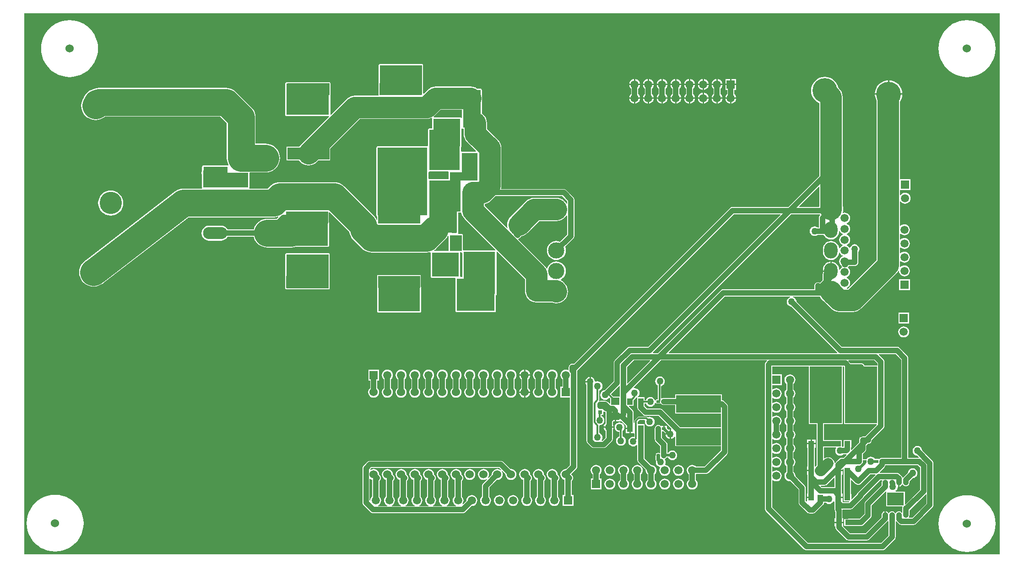
<source format=gtl>
G04 Layer_Physical_Order=1*
G04 Layer_Color=255*
%FSLAX25Y25*%
%MOIN*%
G70*
G01*
G75*
%ADD10R,0.03000X0.03000*%
%ADD11O,0.02362X0.03740*%
%ADD12R,0.12205X0.09449*%
%ADD13R,0.04331X0.03937*%
%ADD14R,0.23386X0.41378*%
%ADD15R,0.02756X0.03543*%
%ADD16R,0.07087X0.06299*%
%ADD17R,0.02500X0.02000*%
%ADD18R,0.32559X0.12598*%
%ADD19R,0.04000X0.05000*%
%ADD20R,0.30512X0.08661*%
%ADD21R,0.03543X0.02756*%
%ADD22R,0.06299X0.07087*%
%ADD23R,0.06299X0.05512*%
%ADD24C,0.15748*%
%ADD25C,0.03937*%
%ADD26C,0.02000*%
%ADD27C,0.19685*%
%ADD28C,0.02500*%
%ADD29C,0.07874*%
%ADD30C,0.01200*%
%ADD31R,0.20000X0.15500*%
%ADD32R,0.22500X0.22500*%
%ADD33R,0.11500X0.20000*%
%ADD34R,0.08500X0.06000*%
%ADD35R,0.22500X0.16500*%
%ADD36R,0.32500X0.10500*%
%ADD37R,0.17500X0.08000*%
%ADD38R,0.22000X0.15500*%
%ADD39R,0.30500X0.24500*%
%ADD40R,0.31000X0.22500*%
%ADD41R,0.30000X0.17500*%
%ADD42R,0.36000X0.49500*%
%ADD43R,0.30500X0.21500*%
%ADD44R,0.19500X0.20000*%
%ADD45R,0.19500X0.17500*%
%ADD46R,0.27500X0.23500*%
%ADD47R,0.08500X0.11500*%
%ADD48R,0.23000X0.31000*%
%ADD49R,0.22000X0.14000*%
%ADD50R,0.07500X0.02000*%
%ADD51C,0.05905*%
%ADD52R,0.05905X0.05905*%
%ADD53R,0.05905X0.05905*%
%ADD54C,0.05315*%
%ADD55R,0.05315X0.05315*%
%ADD56C,0.15748*%
%ADD57O,0.09842X0.11811*%
%ADD58C,0.11811*%
%ADD59C,0.16200*%
%ADD60O,0.17700X0.08850*%
%ADD61C,0.18000*%
%ADD62C,0.06000*%
%ADD63R,0.06000X0.06000*%
%ADD64C,0.01968*%
%ADD65C,0.05000*%
G36*
X711372Y1128D02*
X1128D01*
Y395872D01*
X711372D01*
Y1128D01*
D02*
G37*
%LPC*%
G36*
X355500Y135987D02*
X354468Y135851D01*
X353507Y135453D01*
X352681Y134819D01*
X352047Y133993D01*
X351649Y133032D01*
X351513Y132000D01*
X351649Y130968D01*
X352047Y130007D01*
X352681Y129181D01*
X352903Y129010D01*
Y122549D01*
X352647Y122353D01*
X352006Y121517D01*
X351603Y120544D01*
X351466Y119500D01*
X351603Y118456D01*
X352006Y117483D01*
X352647Y116647D01*
X353483Y116006D01*
X354456Y115603D01*
X355500Y115465D01*
X356544Y115603D01*
X357517Y116006D01*
X358353Y116647D01*
X358994Y117483D01*
X359397Y118456D01*
X359535Y119500D01*
X359397Y120544D01*
X358994Y121517D01*
X358353Y122353D01*
X358097Y122549D01*
Y129010D01*
X358319Y129181D01*
X358953Y130007D01*
X359351Y130968D01*
X359487Y132000D01*
X359351Y133032D01*
X358953Y133993D01*
X358319Y134819D01*
X357493Y135453D01*
X356532Y135851D01*
X355500Y135987D01*
D02*
G37*
G36*
X345500D02*
X344468Y135851D01*
X343507Y135453D01*
X342681Y134819D01*
X342047Y133993D01*
X341649Y133032D01*
X341513Y132000D01*
X341649Y130968D01*
X342047Y130007D01*
X342681Y129181D01*
X342903Y129010D01*
Y122549D01*
X342647Y122353D01*
X342006Y121517D01*
X341603Y120544D01*
X341465Y119500D01*
X341603Y118456D01*
X342006Y117483D01*
X342647Y116647D01*
X343483Y116006D01*
X344456Y115603D01*
X345500Y115465D01*
X346544Y115603D01*
X347517Y116006D01*
X348353Y116647D01*
X348994Y117483D01*
X349397Y118456D01*
X349535Y119500D01*
X349397Y120544D01*
X348994Y121517D01*
X348353Y122353D01*
X348097Y122549D01*
Y129010D01*
X348319Y129181D01*
X348953Y130007D01*
X349351Y130968D01*
X349487Y132000D01*
X349351Y133032D01*
X348953Y133993D01*
X348319Y134819D01*
X347493Y135453D01*
X346532Y135851D01*
X345500Y135987D01*
D02*
G37*
G36*
X375500D02*
X374468Y135851D01*
X373507Y135453D01*
X372681Y134819D01*
X372047Y133993D01*
X371649Y133032D01*
X371513Y132000D01*
X371649Y130968D01*
X372047Y130007D01*
X372681Y129181D01*
X372903Y129010D01*
Y122549D01*
X372647Y122353D01*
X372006Y121517D01*
X371603Y120544D01*
X371465Y119500D01*
X371603Y118456D01*
X372006Y117483D01*
X372647Y116647D01*
X373483Y116006D01*
X374456Y115603D01*
X375500Y115465D01*
X376544Y115603D01*
X377517Y116006D01*
X378353Y116647D01*
X378994Y117483D01*
X379397Y118456D01*
X379535Y119500D01*
X379397Y120544D01*
X378994Y121517D01*
X378353Y122353D01*
X378097Y122549D01*
Y129010D01*
X378319Y129181D01*
X378953Y130007D01*
X379351Y130968D01*
X379487Y132000D01*
X379351Y133032D01*
X378953Y133993D01*
X378319Y134819D01*
X377493Y135453D01*
X376532Y135851D01*
X375500Y135987D01*
D02*
G37*
G36*
X365000Y119000D02*
X361531D01*
X361603Y118456D01*
X362006Y117483D01*
X362647Y116647D01*
X363483Y116006D01*
X364456Y115603D01*
X365000Y115531D01*
Y119000D01*
D02*
G37*
G36*
X385500Y135987D02*
X384468Y135851D01*
X383507Y135453D01*
X382681Y134819D01*
X382047Y133993D01*
X381649Y133032D01*
X381513Y132000D01*
X381649Y130968D01*
X382047Y130007D01*
X382681Y129181D01*
X382903Y129010D01*
Y122549D01*
X382647Y122353D01*
X382006Y121517D01*
X381603Y120544D01*
X381466Y119500D01*
X381603Y118456D01*
X382006Y117483D01*
X382647Y116647D01*
X383483Y116006D01*
X384456Y115603D01*
X385500Y115465D01*
X386544Y115603D01*
X387517Y116006D01*
X388353Y116647D01*
X388994Y117483D01*
X389397Y118456D01*
X389534Y119500D01*
X389397Y120544D01*
X388994Y121517D01*
X388353Y122353D01*
X388097Y122549D01*
Y129010D01*
X388319Y129181D01*
X388953Y130007D01*
X389351Y130968D01*
X389487Y132000D01*
X389351Y133032D01*
X388953Y133993D01*
X388319Y134819D01*
X387493Y135453D01*
X386532Y135851D01*
X385500Y135987D01*
D02*
G37*
G36*
X335500D02*
X334468Y135851D01*
X333507Y135453D01*
X332681Y134819D01*
X332047Y133993D01*
X331649Y133032D01*
X331513Y132000D01*
X331649Y130968D01*
X332047Y130007D01*
X332681Y129181D01*
X332903Y129010D01*
Y122549D01*
X332647Y122353D01*
X332006Y121517D01*
X331603Y120544D01*
X331466Y119500D01*
X331603Y118456D01*
X332006Y117483D01*
X332647Y116647D01*
X333483Y116006D01*
X334456Y115603D01*
X335500Y115465D01*
X336544Y115603D01*
X337517Y116006D01*
X338353Y116647D01*
X338994Y117483D01*
X339397Y118456D01*
X339534Y119500D01*
X339397Y120544D01*
X338994Y121517D01*
X338353Y122353D01*
X338097Y122549D01*
Y129010D01*
X338319Y129181D01*
X338953Y130007D01*
X339351Y130968D01*
X339487Y132000D01*
X339351Y133032D01*
X338953Y133993D01*
X338319Y134819D01*
X337493Y135453D01*
X336532Y135851D01*
X335500Y135987D01*
D02*
G37*
G36*
X295500D02*
X294468Y135851D01*
X293507Y135453D01*
X292681Y134819D01*
X292047Y133993D01*
X291649Y133032D01*
X291513Y132000D01*
X291649Y130968D01*
X292047Y130007D01*
X292681Y129181D01*
X292903Y129010D01*
Y122549D01*
X292647Y122353D01*
X292006Y121517D01*
X291603Y120544D01*
X291465Y119500D01*
X291603Y118456D01*
X292006Y117483D01*
X292647Y116647D01*
X293483Y116006D01*
X294456Y115603D01*
X295500Y115465D01*
X296544Y115603D01*
X297517Y116006D01*
X298353Y116647D01*
X298994Y117483D01*
X299397Y118456D01*
X299535Y119500D01*
X299397Y120544D01*
X298994Y121517D01*
X298353Y122353D01*
X298097Y122549D01*
Y129010D01*
X298319Y129181D01*
X298953Y130007D01*
X299351Y130968D01*
X299487Y132000D01*
X299351Y133032D01*
X298953Y133993D01*
X298319Y134819D01*
X297493Y135453D01*
X296532Y135851D01*
X295500Y135987D01*
D02*
G37*
G36*
X285500D02*
X284468Y135851D01*
X283507Y135453D01*
X282681Y134819D01*
X282047Y133993D01*
X281649Y133032D01*
X281513Y132000D01*
X281649Y130968D01*
X282047Y130007D01*
X282681Y129181D01*
X282903Y129010D01*
Y122549D01*
X282647Y122353D01*
X282006Y121517D01*
X281603Y120544D01*
X281466Y119500D01*
X281603Y118456D01*
X282006Y117483D01*
X282647Y116647D01*
X283483Y116006D01*
X284456Y115603D01*
X285500Y115465D01*
X286544Y115603D01*
X287517Y116006D01*
X288353Y116647D01*
X288994Y117483D01*
X289397Y118456D01*
X289534Y119500D01*
X289397Y120544D01*
X288994Y121517D01*
X288353Y122353D01*
X288097Y122549D01*
Y129010D01*
X288319Y129181D01*
X288953Y130007D01*
X289351Y130968D01*
X289487Y132000D01*
X289351Y133032D01*
X288953Y133993D01*
X288319Y134819D01*
X287493Y135453D01*
X286532Y135851D01*
X285500Y135987D01*
D02*
G37*
G36*
X305500D02*
X304468Y135851D01*
X303507Y135453D01*
X302681Y134819D01*
X302047Y133993D01*
X301649Y133032D01*
X301513Y132000D01*
X301649Y130968D01*
X302047Y130007D01*
X302681Y129181D01*
X302903Y129010D01*
Y122549D01*
X302647Y122353D01*
X302006Y121517D01*
X301603Y120544D01*
X301466Y119500D01*
X301603Y118456D01*
X302006Y117483D01*
X302647Y116647D01*
X303483Y116006D01*
X304456Y115603D01*
X305500Y115465D01*
X306544Y115603D01*
X307517Y116006D01*
X308353Y116647D01*
X308994Y117483D01*
X309397Y118456D01*
X309535Y119500D01*
X309397Y120544D01*
X308994Y121517D01*
X308353Y122353D01*
X308097Y122549D01*
Y129010D01*
X308319Y129181D01*
X308953Y130007D01*
X309351Y130968D01*
X309487Y132000D01*
X309351Y133032D01*
X308953Y133993D01*
X308319Y134819D01*
X307493Y135453D01*
X306532Y135851D01*
X305500Y135987D01*
D02*
G37*
G36*
X325500D02*
X324468Y135851D01*
X323507Y135453D01*
X322681Y134819D01*
X322047Y133993D01*
X321649Y133032D01*
X321513Y132000D01*
X321649Y130968D01*
X322047Y130007D01*
X322681Y129181D01*
X322903Y129010D01*
Y122549D01*
X322647Y122353D01*
X322006Y121517D01*
X321603Y120544D01*
X321465Y119500D01*
X321603Y118456D01*
X322006Y117483D01*
X322647Y116647D01*
X323483Y116006D01*
X324456Y115603D01*
X325500Y115465D01*
X326544Y115603D01*
X327517Y116006D01*
X328353Y116647D01*
X328994Y117483D01*
X329397Y118456D01*
X329535Y119500D01*
X329397Y120544D01*
X328994Y121517D01*
X328353Y122353D01*
X328097Y122549D01*
Y129010D01*
X328319Y129181D01*
X328953Y130007D01*
X329351Y130968D01*
X329487Y132000D01*
X329351Y133032D01*
X328953Y133993D01*
X328319Y134819D01*
X327493Y135453D01*
X326532Y135851D01*
X325500Y135987D01*
D02*
G37*
G36*
X315500D02*
X314468Y135851D01*
X313507Y135453D01*
X312681Y134819D01*
X312047Y133993D01*
X311649Y133032D01*
X311513Y132000D01*
X311649Y130968D01*
X312047Y130007D01*
X312681Y129181D01*
X312903Y129010D01*
Y122549D01*
X312647Y122353D01*
X312006Y121517D01*
X311603Y120544D01*
X311466Y119500D01*
X311603Y118456D01*
X312006Y117483D01*
X312647Y116647D01*
X313483Y116006D01*
X314456Y115603D01*
X315500Y115465D01*
X316544Y115603D01*
X317517Y116006D01*
X318353Y116647D01*
X318994Y117483D01*
X319397Y118456D01*
X319534Y119500D01*
X319397Y120544D01*
X318994Y121517D01*
X318353Y122353D01*
X318097Y122549D01*
Y129010D01*
X318319Y129181D01*
X318953Y130007D01*
X319351Y130968D01*
X319487Y132000D01*
X319351Y133032D01*
X318953Y133993D01*
X318319Y134819D01*
X317493Y135453D01*
X316532Y135851D01*
X315500Y135987D01*
D02*
G37*
G36*
X369469Y119000D02*
X366000D01*
Y115531D01*
X366544Y115603D01*
X367517Y116006D01*
X368353Y116647D01*
X368994Y117483D01*
X369397Y118456D01*
X369469Y119000D01*
D02*
G37*
G36*
X645953Y201953D02*
X638047D01*
Y194047D01*
X645953D01*
Y201953D01*
D02*
G37*
G36*
X289866Y204933D02*
X258142D01*
Y196516D01*
X258058Y196390D01*
X257980Y196000D01*
Y178500D01*
X258058Y178110D01*
X258279Y177779D01*
X258610Y177558D01*
X259000Y177480D01*
X289000D01*
X289390Y177558D01*
X289721Y177779D01*
X289942Y178110D01*
X290020Y178500D01*
Y196000D01*
X289942Y196390D01*
X289866Y196504D01*
Y204933D01*
D02*
G37*
G36*
X222500Y221020D02*
X192000D01*
X191610Y220942D01*
X191279Y220721D01*
X191058Y220390D01*
X190980Y220000D01*
Y195500D01*
X191058Y195110D01*
X191279Y194779D01*
X191610Y194558D01*
X192000Y194480D01*
X222500D01*
X222890Y194558D01*
X223221Y194779D01*
X223442Y195110D01*
X223520Y195500D01*
Y220000D01*
X223442Y220390D01*
X223221Y220721D01*
X222890Y220942D01*
X222500Y221020D01*
D02*
G37*
G36*
X584000Y349548D02*
X582040Y349355D01*
X580155Y348783D01*
X578417Y347855D01*
X576895Y346605D01*
X575645Y345083D01*
X574717Y343345D01*
X574145Y341460D01*
X573952Y339500D01*
X574145Y337540D01*
X574717Y335655D01*
X575645Y333917D01*
X576895Y332395D01*
X578417Y331145D01*
X579979Y330311D01*
Y277500D01*
Y277151D01*
X557424Y254597D01*
X516800D01*
X516128Y254508D01*
X515501Y254249D01*
X514964Y253836D01*
X401298Y140171D01*
X401100Y140197D01*
X400100D01*
X399428Y140109D01*
X398801Y139849D01*
X398264Y139436D01*
X397851Y138899D01*
X397591Y138272D01*
X397503Y137600D01*
Y135990D01*
X397003Y135656D01*
X396532Y135851D01*
X395500Y135987D01*
X394468Y135851D01*
X393507Y135453D01*
X392681Y134819D01*
X392047Y133993D01*
X391649Y133032D01*
X391513Y132000D01*
X391649Y130968D01*
X392047Y130007D01*
X392681Y129181D01*
X392903Y129010D01*
Y123500D01*
X391500D01*
Y115500D01*
X398503D01*
Y66176D01*
X395820Y63492D01*
X395500Y63534D01*
X394456Y63397D01*
X393483Y62994D01*
X392647Y62353D01*
X392006Y61517D01*
X391603Y60544D01*
X391465Y59500D01*
X391603Y58456D01*
X392006Y57483D01*
X392647Y56647D01*
X393483Y56006D01*
X394403Y55625D01*
Y44453D01*
X393047D01*
Y36547D01*
X400953D01*
Y44453D01*
X399597D01*
Y54824D01*
X399886Y55114D01*
X400299Y55651D01*
X400559Y56278D01*
X400647Y56950D01*
X400559Y57622D01*
X400299Y58249D01*
X399886Y58786D01*
X399492Y59180D01*
X399535Y59500D01*
X399492Y59820D01*
X402936Y63264D01*
X403349Y63801D01*
X403609Y64428D01*
X403697Y65100D01*
Y135224D01*
X517876Y249403D01*
X551577D01*
X551768Y248941D01*
X455368Y152540D01*
X441918D01*
X441246Y152452D01*
X440620Y152192D01*
X440082Y151780D01*
X431020Y142718D01*
X430608Y142181D01*
X430348Y141554D01*
X430260Y140882D01*
Y127432D01*
X423836Y121009D01*
X423086Y120910D01*
X422235Y120557D01*
X421504Y119996D01*
X420943Y119265D01*
X420590Y118414D01*
X420470Y117500D01*
X420590Y116586D01*
X420943Y115735D01*
X421504Y115004D01*
X422235Y114443D01*
X423086Y114090D01*
X424000Y113970D01*
X424914Y114090D01*
X425765Y114443D01*
X426496Y115004D01*
X426818Y115423D01*
X427317Y115456D01*
X427744Y115028D01*
Y111282D01*
X427282Y111091D01*
X426036Y112336D01*
X425498Y112749D01*
X424872Y113008D01*
X424200Y113097D01*
X420500D01*
X419960Y113026D01*
X419689Y113349D01*
X419648Y113500D01*
X419730Y113912D01*
Y120721D01*
X420265Y120943D01*
X420996Y121504D01*
X421557Y122235D01*
X421910Y123086D01*
X422030Y124000D01*
X421910Y124914D01*
X421557Y125765D01*
X420996Y126496D01*
X420265Y127057D01*
X419414Y127410D01*
X418500Y127530D01*
X417586Y127410D01*
X417119Y127216D01*
X416573Y127532D01*
X416510Y128014D01*
X416157Y128865D01*
X415596Y129596D01*
X414865Y130157D01*
X414014Y130510D01*
X413600Y130564D01*
Y127100D01*
X413100D01*
Y126600D01*
X409636D01*
X409690Y126186D01*
X410043Y125335D01*
X410503Y124735D01*
Y84000D01*
X410592Y83328D01*
X410851Y82701D01*
X411264Y82164D01*
X413864Y79564D01*
X414401Y79151D01*
X415028Y78891D01*
X415700Y78803D01*
X423100D01*
X423772Y78891D01*
X424399Y79151D01*
X424936Y79564D01*
X428836Y83464D01*
X429249Y84001D01*
X429508Y84628D01*
X429597Y85300D01*
Y92331D01*
X429910Y93086D01*
X429964Y93500D01*
X423036D01*
X423090Y93086D01*
X423443Y92235D01*
X424004Y91504D01*
X424403Y91198D01*
Y86376D01*
X422081Y84053D01*
X421611Y84100D01*
X421406Y84537D01*
X421557Y84735D01*
X421910Y85586D01*
X422030Y86500D01*
X421910Y87414D01*
X421557Y88265D01*
X420996Y88996D01*
X420265Y89557D01*
X419730Y89779D01*
Y95001D01*
X419940Y95366D01*
X420193Y95495D01*
X420914Y95590D01*
X421765Y95943D01*
X422496Y96504D01*
X423057Y97235D01*
X423410Y98086D01*
X423530Y99000D01*
X423410Y99914D01*
X423057Y100765D01*
X422496Y101496D01*
X421765Y102057D01*
X421230Y102279D01*
Y102894D01*
X422606D01*
Y105254D01*
X423106Y105501D01*
X423302Y105351D01*
X423928Y105092D01*
X424403Y105029D01*
Y96803D01*
X424004Y96496D01*
X423443Y95765D01*
X423090Y94914D01*
X423036Y94500D01*
X429964D01*
X429910Y94914D01*
X429597Y95669D01*
Y97769D01*
X430060Y98232D01*
X431000D01*
Y101988D01*
X432000D01*
Y98232D01*
X435649D01*
Y98232D01*
X435956Y98359D01*
X439067Y95248D01*
Y93571D01*
X442067D01*
Y93071D01*
X442567D01*
Y89571D01*
X444770D01*
X445067Y89571D01*
X445270Y89155D01*
Y87308D01*
X444894Y86978D01*
X444500Y87030D01*
X443586Y86910D01*
X442735Y86557D01*
X442004Y85996D01*
X441443Y85265D01*
X441090Y84414D01*
X440970Y83500D01*
X441090Y82586D01*
X441443Y81735D01*
X442004Y81004D01*
X442735Y80443D01*
X443586Y80090D01*
X444500Y79970D01*
X445414Y80090D01*
X446265Y80443D01*
X446970Y80984D01*
X447141Y80955D01*
X447470Y80843D01*
Y69933D01*
X447558Y69261D01*
X447818Y68634D01*
X448231Y68097D01*
X450572Y65756D01*
X450241Y65379D01*
X450017Y65551D01*
X449493Y65953D01*
X448532Y66351D01*
X447500Y66487D01*
X446468Y66351D01*
X445507Y65953D01*
X444681Y65319D01*
X444047Y64493D01*
X443649Y63532D01*
X443513Y62500D01*
X443649Y61468D01*
X444047Y60507D01*
X444681Y59681D01*
X444903Y59510D01*
Y55490D01*
X444681Y55319D01*
X444047Y54493D01*
X443649Y53532D01*
X443513Y52500D01*
X443649Y51468D01*
X444047Y50507D01*
X444681Y49681D01*
X445507Y49047D01*
X446468Y48649D01*
X447500Y48513D01*
X448532Y48649D01*
X449493Y49047D01*
X450319Y49681D01*
X450953Y50507D01*
X451351Y51468D01*
X451487Y52500D01*
X451351Y53532D01*
X450953Y54493D01*
X450319Y55319D01*
X450097Y55490D01*
Y59510D01*
X450319Y59681D01*
X450953Y60507D01*
X451351Y61468D01*
X451487Y62500D01*
X451351Y63532D01*
X450953Y64493D01*
X450551Y65017D01*
X450379Y65241D01*
X450756Y65572D01*
X453550Y62778D01*
X453513Y62500D01*
X453649Y61468D01*
X454047Y60507D01*
X454681Y59681D01*
X454903Y59510D01*
Y55490D01*
X454681Y55319D01*
X454047Y54493D01*
X453649Y53532D01*
X453513Y52500D01*
X453649Y51468D01*
X454047Y50507D01*
X454681Y49681D01*
X455507Y49047D01*
X456468Y48649D01*
X457500Y48513D01*
X458532Y48649D01*
X459493Y49047D01*
X460319Y49681D01*
X460953Y50507D01*
X461351Y51468D01*
X461487Y52500D01*
X461351Y53532D01*
X460953Y54493D01*
X460319Y55319D01*
X460097Y55490D01*
Y59510D01*
X460319Y59681D01*
X460953Y60507D01*
X461351Y61468D01*
X461487Y62500D01*
X461351Y63532D01*
X460953Y64493D01*
X460319Y65319D01*
X459493Y65953D01*
X458532Y66351D01*
X457500Y66487D01*
X457222Y66450D01*
X452664Y71009D01*
Y89964D01*
X452673D01*
Y96177D01*
X447730D01*
Y97991D01*
X449010Y99270D01*
X452762D01*
X453071Y98770D01*
X452970Y98000D01*
X453090Y97086D01*
X453443Y96235D01*
X454004Y95504D01*
X454735Y94943D01*
X455586Y94590D01*
X456500Y94470D01*
X457414Y94590D01*
X458265Y94943D01*
X458996Y95504D01*
X459557Y96235D01*
X459910Y97086D01*
X460030Y98000D01*
X459910Y98914D01*
X459557Y99765D01*
X458996Y100496D01*
X458265Y101057D01*
X457414Y101410D01*
X456500Y101530D01*
X455586Y101410D01*
X455051Y101188D01*
X454870Y101370D01*
X454471Y101636D01*
X454000Y101730D01*
X448500D01*
X448029Y101636D01*
X447630Y101370D01*
X445630Y99370D01*
X445364Y98971D01*
X445270Y98500D01*
Y97258D01*
X444861Y96878D01*
X444708Y96880D01*
X444664Y96924D01*
Y104600D01*
X444576Y105272D01*
X444316Y105898D01*
X443903Y106436D01*
X441152Y109188D01*
X441343Y109650D01*
X444673D01*
Y113623D01*
X446370Y115319D01*
X446603Y115668D01*
X446961Y115817D01*
X447461Y115485D01*
Y109650D01*
X447470D01*
Y108333D01*
X447558Y107661D01*
X447818Y107035D01*
X448231Y106497D01*
X451664Y103064D01*
X452202Y102651D01*
X452828Y102392D01*
X453500Y102303D01*
X463095D01*
X472511Y92887D01*
X472261Y92430D01*
X472000Y92464D01*
Y89000D01*
Y85536D01*
X472414Y85590D01*
X473265Y85943D01*
X473996Y86504D01*
X474557Y87235D01*
X474614Y87372D01*
X475114Y87273D01*
Y80165D01*
X508303D01*
Y76976D01*
X496424Y65097D01*
X490490D01*
X490319Y65319D01*
X489493Y65953D01*
X488532Y66351D01*
X487500Y66487D01*
X486468Y66351D01*
X485507Y65953D01*
X484681Y65319D01*
X484047Y64493D01*
X483649Y63532D01*
X483513Y62500D01*
X483649Y61468D01*
X484047Y60507D01*
X484681Y59681D01*
X484903Y59510D01*
Y55490D01*
X484681Y55319D01*
X484047Y54493D01*
X483649Y53532D01*
X483513Y52500D01*
X483649Y51468D01*
X484047Y50507D01*
X484681Y49681D01*
X485507Y49047D01*
X486468Y48649D01*
X487500Y48513D01*
X488532Y48649D01*
X489493Y49047D01*
X490319Y49681D01*
X490953Y50507D01*
X491351Y51468D01*
X491487Y52500D01*
X491351Y53532D01*
X490953Y54493D01*
X490319Y55319D01*
X490097Y55490D01*
Y59510D01*
X490319Y59681D01*
X490490Y59903D01*
X497500D01*
X498172Y59992D01*
X498799Y60251D01*
X499336Y60664D01*
X512736Y74064D01*
X513149Y74602D01*
X513409Y75228D01*
X513497Y75900D01*
Y109000D01*
X513409Y109672D01*
X513149Y110299D01*
X512736Y110836D01*
X510807Y112766D01*
X510269Y113178D01*
X509643Y113438D01*
X508971Y113526D01*
X508886D01*
Y117835D01*
X475114D01*
Y115353D01*
X466752D01*
X466080Y115264D01*
X465453Y115005D01*
X465307Y114893D01*
X464807Y115139D01*
Y124076D01*
X464914Y124090D01*
X465765Y124443D01*
X466496Y125004D01*
X467057Y125735D01*
X467410Y126586D01*
X467530Y127500D01*
X467410Y128414D01*
X467057Y129265D01*
X466496Y129996D01*
X465765Y130557D01*
X464914Y130910D01*
X464000Y131030D01*
X463086Y130910D01*
X462235Y130557D01*
X461504Y129996D01*
X460943Y129265D01*
X460590Y128414D01*
X460470Y127500D01*
X460590Y126586D01*
X460943Y125735D01*
X461504Y125004D01*
X462235Y124443D01*
X462347Y124396D01*
Y114362D01*
X460896D01*
Y113496D01*
X460410Y113414D01*
X460057Y114265D01*
X459496Y114996D01*
X458765Y115557D01*
X457914Y115910D01*
X457000Y116030D01*
X456086Y115910D01*
X455235Y115557D01*
X454504Y114996D01*
X453943Y114265D01*
X453721Y113730D01*
X452673D01*
Y115862D01*
X447982D01*
X447812Y116362D01*
X447996Y116504D01*
X448557Y117235D01*
X448910Y118086D01*
X449030Y119000D01*
X448910Y119914D01*
X448557Y120765D01*
X447996Y121496D01*
X447265Y122057D01*
X446414Y122410D01*
X445500Y122530D01*
X444936Y122456D01*
X444702Y122930D01*
X464576Y142803D01*
X541823D01*
X542030Y142303D01*
X541164Y141436D01*
X540751Y140899D01*
X540491Y140272D01*
X540403Y139600D01*
Y34500D01*
X540491Y33828D01*
X540751Y33202D01*
X541164Y32664D01*
X568764Y5064D01*
X569302Y4651D01*
X569928Y4391D01*
X570600Y4303D01*
X626000D01*
X626672Y4391D01*
X627298Y4651D01*
X627836Y5064D01*
X634836Y12064D01*
X635249Y12601D01*
X635508Y13228D01*
X635597Y13900D01*
Y25131D01*
X636097Y25300D01*
X636164Y25214D01*
X637914Y23464D01*
X638451Y23051D01*
X639078Y22792D01*
X639750Y22703D01*
X648700D01*
X649372Y22792D01*
X649999Y23051D01*
X650536Y23464D01*
X662336Y35264D01*
X662749Y35802D01*
X663008Y36428D01*
X663097Y37100D01*
Y67700D01*
X663008Y68372D01*
X662749Y68998D01*
X662336Y69536D01*
X654909Y76964D01*
X654810Y77714D01*
X654457Y78565D01*
X653896Y79296D01*
X653165Y79857D01*
X652314Y80210D01*
X651400Y80330D01*
X650486Y80210D01*
X649635Y79857D01*
X648904Y79296D01*
X648343Y78565D01*
X647990Y77714D01*
X647870Y76800D01*
X647990Y75886D01*
X648343Y75035D01*
X648904Y74304D01*
X649635Y73743D01*
X650486Y73390D01*
X651236Y73291D01*
X652430Y72097D01*
X652223Y71597D01*
X644797D01*
Y144400D01*
X644708Y145072D01*
X644449Y145698D01*
X644036Y146236D01*
X638436Y151836D01*
X637898Y152249D01*
X637272Y152508D01*
X636600Y152597D01*
X596376D01*
X563309Y185664D01*
X563210Y186414D01*
X562857Y187265D01*
X562296Y187996D01*
X561565Y188557D01*
X560714Y188910D01*
X560783Y189403D01*
X580293D01*
X581086Y187920D01*
X582195Y186569D01*
X583546Y185460D01*
X583751Y185350D01*
X588576Y180526D01*
X588576Y180526D01*
X589867Y179466D01*
X591340Y178679D01*
X592939Y178194D01*
X594601Y178030D01*
X594601Y178030D01*
X604399D01*
X606061Y178194D01*
X607660Y178679D01*
X609133Y179466D01*
X610424Y180526D01*
X636199Y206300D01*
X636199Y206300D01*
X637258Y207591D01*
X637439Y207929D01*
X637974Y207982D01*
X638019Y207954D01*
X638149Y206968D01*
X638547Y206007D01*
X639181Y205181D01*
X640007Y204547D01*
X640968Y204149D01*
X642000Y204013D01*
X643032Y204149D01*
X643993Y204547D01*
X644819Y205181D01*
X645453Y206007D01*
X645851Y206968D01*
X645987Y208000D01*
X645851Y209032D01*
X645453Y209993D01*
X644819Y210819D01*
X643993Y211453D01*
X643032Y211851D01*
X642000Y211987D01*
X640968Y211851D01*
X640007Y211453D01*
X639181Y210819D01*
X639029Y210621D01*
X638546Y210812D01*
X638694Y212326D01*
X638694Y212326D01*
Y215037D01*
X639011Y215144D01*
X639194Y215170D01*
X640007Y214547D01*
X640968Y214149D01*
X642000Y214013D01*
X643032Y214149D01*
X643993Y214547D01*
X644819Y215181D01*
X645453Y216007D01*
X645851Y216968D01*
X645987Y218000D01*
X645851Y219032D01*
X645453Y219993D01*
X644819Y220819D01*
X643993Y221453D01*
X643032Y221851D01*
X642000Y221987D01*
X640968Y221851D01*
X640007Y221453D01*
X639194Y220830D01*
X639011Y220856D01*
X638694Y220963D01*
Y225037D01*
X639011Y225144D01*
X639194Y225170D01*
X640007Y224547D01*
X640968Y224149D01*
X642000Y224013D01*
X643032Y224149D01*
X643993Y224547D01*
X644819Y225181D01*
X645453Y226007D01*
X645851Y226968D01*
X645987Y228000D01*
X645851Y229032D01*
X645453Y229993D01*
X644819Y230819D01*
X643993Y231453D01*
X643032Y231851D01*
X642000Y231987D01*
X640968Y231851D01*
X640007Y231453D01*
X639194Y230830D01*
X639011Y230856D01*
X638694Y230963D01*
Y235037D01*
X639011Y235144D01*
X639194Y235170D01*
X640007Y234547D01*
X640968Y234149D01*
X642000Y234013D01*
X643032Y234149D01*
X643993Y234547D01*
X644819Y235181D01*
X645453Y236007D01*
X645851Y236968D01*
X645987Y238000D01*
X645851Y239032D01*
X645453Y239993D01*
X644819Y240819D01*
X643993Y241453D01*
X643032Y241851D01*
X642000Y241987D01*
X640968Y241851D01*
X640007Y241453D01*
X639194Y240830D01*
X639011Y240856D01*
X638694Y240963D01*
Y258645D01*
X639194Y258815D01*
X639681Y258181D01*
X640507Y257547D01*
X641468Y257149D01*
X642500Y257013D01*
X643532Y257149D01*
X644493Y257547D01*
X645319Y258181D01*
X645953Y259007D01*
X646351Y259968D01*
X646487Y261000D01*
X646351Y262032D01*
X645953Y262993D01*
X645319Y263819D01*
X644493Y264453D01*
X643532Y264851D01*
X642500Y264987D01*
X641468Y264851D01*
X640507Y264453D01*
X639681Y263819D01*
X639194Y263185D01*
X638694Y263355D01*
Y267047D01*
X646453D01*
Y274953D01*
X638694D01*
Y331222D01*
X638855Y331417D01*
X639783Y333155D01*
X640355Y335040D01*
X640499Y336500D01*
X620501D01*
X620645Y335040D01*
X621216Y333155D01*
X621652Y332340D01*
Y215855D01*
X600869Y195072D01*
X600045D01*
X599946Y195572D01*
X600493Y195799D01*
X601319Y196433D01*
X601953Y197259D01*
X602351Y198220D01*
X602487Y199252D01*
X602351Y200284D01*
X601953Y201245D01*
X601319Y202071D01*
X600493Y202705D01*
X599978Y202918D01*
Y203460D01*
X600493Y203673D01*
X601319Y204307D01*
X601953Y205133D01*
X602351Y206094D01*
X602487Y207126D01*
X602351Y208158D01*
X601953Y209119D01*
X601319Y209945D01*
X600890Y210275D01*
X600841Y210818D01*
X600876Y210915D01*
X601249Y211402D01*
X601302Y211529D01*
X605700D01*
X606372Y211617D01*
X606998Y211877D01*
X607536Y212290D01*
X607949Y212827D01*
X608209Y213454D01*
X608297Y214126D01*
Y221535D01*
X608757Y222135D01*
X609110Y222986D01*
X609230Y223900D01*
X609110Y224814D01*
X608757Y225665D01*
X608196Y226396D01*
X607465Y226957D01*
X606614Y227310D01*
X605700Y227430D01*
X604786Y227310D01*
X603935Y226957D01*
X603204Y226396D01*
X602643Y225665D01*
X602398Y225075D01*
X602321Y225039D01*
X601835Y225021D01*
X601319Y225693D01*
X600493Y226327D01*
X599978Y226540D01*
Y227082D01*
X600493Y227295D01*
X601319Y227929D01*
X601953Y228755D01*
X602351Y229716D01*
X602487Y230748D01*
X602351Y231780D01*
X601953Y232741D01*
X601319Y233567D01*
X600493Y234201D01*
X599978Y234414D01*
Y234956D01*
X600493Y235169D01*
X601319Y235803D01*
X601953Y236629D01*
X602351Y237590D01*
X602487Y238622D01*
X602351Y239654D01*
X601953Y240615D01*
X601319Y241441D01*
X600493Y242075D01*
X599978Y242288D01*
Y242830D01*
X600493Y243043D01*
X601319Y243677D01*
X601953Y244503D01*
X602351Y245464D01*
X602487Y246496D01*
X602351Y247528D01*
X601953Y248489D01*
X601319Y249315D01*
X600493Y249949D01*
X599532Y250347D01*
X598500Y250483D01*
X597532Y250355D01*
X597137Y250647D01*
X597106Y250675D01*
X597246Y251134D01*
X597417Y252874D01*
X597246Y254614D01*
X597021Y255353D01*
Y277500D01*
Y335000D01*
X596858Y336662D01*
X596373Y338261D01*
X595585Y339734D01*
X594525Y341025D01*
X593753Y341798D01*
X593284Y343345D01*
X592355Y345083D01*
X591105Y346605D01*
X589583Y347855D01*
X587845Y348783D01*
X585960Y349355D01*
X584000Y349548D01*
D02*
G37*
G36*
X64000Y266644D02*
X62216Y266468D01*
X60501Y265948D01*
X58920Y265103D01*
X57534Y263966D01*
X56397Y262580D01*
X55552Y260999D01*
X55032Y259284D01*
X54856Y257500D01*
X55032Y255716D01*
X55552Y254001D01*
X56397Y252420D01*
X57534Y251034D01*
X58920Y249897D01*
X60501Y249052D01*
X62216Y248532D01*
X64000Y248356D01*
X65784Y248532D01*
X67499Y249052D01*
X69080Y249897D01*
X70466Y251034D01*
X71603Y252420D01*
X72448Y254001D01*
X72968Y255716D01*
X73144Y257500D01*
X72968Y259284D01*
X72448Y260999D01*
X71603Y262580D01*
X70466Y263966D01*
X69080Y265103D01*
X67499Y265948D01*
X65784Y266468D01*
X64000Y266644D01*
D02*
G37*
G36*
X645453Y177453D02*
X637547D01*
Y169547D01*
X645453D01*
Y177453D01*
D02*
G37*
G36*
X412600Y130564D02*
X412186Y130510D01*
X411335Y130157D01*
X410604Y129596D01*
X410043Y128865D01*
X409690Y128014D01*
X409636Y127600D01*
X412600D01*
Y130564D01*
D02*
G37*
G36*
X369421Y131500D02*
X361579D01*
X361649Y130968D01*
X362047Y130007D01*
X362681Y129181D01*
X362903Y129010D01*
Y122549D01*
X362647Y122353D01*
X362006Y121517D01*
X361603Y120544D01*
X361531Y120000D01*
X365500D01*
X369469D01*
X369397Y120544D01*
X368994Y121517D01*
X368353Y122353D01*
X368097Y122549D01*
Y129010D01*
X368319Y129181D01*
X368953Y130007D01*
X369351Y130968D01*
X369421Y131500D01*
D02*
G37*
G36*
X365000Y135921D02*
X364468Y135851D01*
X363507Y135453D01*
X362681Y134819D01*
X362047Y133993D01*
X361649Y133032D01*
X361579Y132500D01*
X365000D01*
Y135921D01*
D02*
G37*
G36*
X641500Y167487D02*
X640468Y167351D01*
X639507Y166953D01*
X638681Y166319D01*
X638047Y165493D01*
X637649Y164532D01*
X637513Y163500D01*
X637649Y162468D01*
X638047Y161507D01*
X638681Y160681D01*
X639507Y160047D01*
X640468Y159649D01*
X641500Y159513D01*
X642532Y159649D01*
X643493Y160047D01*
X644319Y160681D01*
X644953Y161507D01*
X645351Y162468D01*
X645487Y163500D01*
X645351Y164532D01*
X644953Y165493D01*
X644319Y166319D01*
X643493Y166953D01*
X642532Y167351D01*
X641500Y167487D01*
D02*
G37*
G36*
X366000Y135921D02*
Y132500D01*
X369421D01*
X369351Y133032D01*
X368953Y133993D01*
X368319Y134819D01*
X367493Y135453D01*
X366532Y135851D01*
X366000Y135921D01*
D02*
G37*
G36*
X427500Y56487D02*
X426468Y56351D01*
X425507Y55953D01*
X424681Y55319D01*
X424047Y54493D01*
X423649Y53532D01*
X423513Y52500D01*
X423649Y51468D01*
X424047Y50507D01*
X424681Y49681D01*
X425507Y49047D01*
X426468Y48649D01*
X427500Y48513D01*
X428532Y48649D01*
X429493Y49047D01*
X430319Y49681D01*
X430953Y50507D01*
X431351Y51468D01*
X431487Y52500D01*
X431351Y53532D01*
X430953Y54493D01*
X430319Y55319D01*
X429493Y55953D01*
X428532Y56351D01*
X427500Y56487D01*
D02*
G37*
G36*
X385500Y63534D02*
X384456Y63397D01*
X383483Y62994D01*
X382647Y62353D01*
X382006Y61517D01*
X381603Y60544D01*
X381466Y59500D01*
X381603Y58456D01*
X382006Y57483D01*
X382647Y56647D01*
X383483Y56006D01*
X384403Y55625D01*
Y43490D01*
X384181Y43319D01*
X383547Y42493D01*
X383149Y41532D01*
X383013Y40500D01*
X383149Y39468D01*
X383547Y38507D01*
X384181Y37681D01*
X385007Y37047D01*
X385968Y36649D01*
X387000Y36513D01*
X388032Y36649D01*
X388993Y37047D01*
X389819Y37681D01*
X390453Y38507D01*
X390851Y39468D01*
X390987Y40500D01*
X390851Y41532D01*
X390453Y42493D01*
X389819Y43319D01*
X389597Y43490D01*
Y54824D01*
X389886Y55114D01*
X390299Y55651D01*
X390559Y56278D01*
X390647Y56950D01*
X390559Y57622D01*
X390299Y58249D01*
X389886Y58786D01*
X389492Y59180D01*
X389534Y59500D01*
X389397Y60544D01*
X388994Y61517D01*
X388353Y62353D01*
X387517Y62994D01*
X386544Y63397D01*
X385500Y63534D01*
D02*
G37*
G36*
X437500Y66487D02*
X436468Y66351D01*
X435507Y65953D01*
X434681Y65319D01*
X434047Y64493D01*
X433649Y63532D01*
X433513Y62500D01*
X433649Y61468D01*
X434047Y60507D01*
X434681Y59681D01*
X434903Y59510D01*
Y55490D01*
X434681Y55319D01*
X434047Y54493D01*
X433649Y53532D01*
X433513Y52500D01*
X433649Y51468D01*
X434047Y50507D01*
X434681Y49681D01*
X435507Y49047D01*
X436468Y48649D01*
X437500Y48513D01*
X438532Y48649D01*
X439493Y49047D01*
X440319Y49681D01*
X440953Y50507D01*
X441351Y51468D01*
X441487Y52500D01*
X441351Y53532D01*
X440953Y54493D01*
X440319Y55319D01*
X440097Y55490D01*
Y59510D01*
X440319Y59681D01*
X440953Y60507D01*
X441351Y61468D01*
X441487Y62500D01*
X441351Y63532D01*
X440953Y64493D01*
X440319Y65319D01*
X439493Y65953D01*
X438532Y66351D01*
X437500Y66487D01*
D02*
G37*
G36*
X477500Y56487D02*
X476468Y56351D01*
X475507Y55953D01*
X474681Y55319D01*
X474047Y54493D01*
X473649Y53532D01*
X473513Y52500D01*
X473649Y51468D01*
X474047Y50507D01*
X474681Y49681D01*
X475507Y49047D01*
X476468Y48649D01*
X477500Y48513D01*
X478532Y48649D01*
X479493Y49047D01*
X480319Y49681D01*
X480953Y50507D01*
X481351Y51468D01*
X481487Y52500D01*
X481351Y53532D01*
X480953Y54493D01*
X480319Y55319D01*
X479493Y55953D01*
X478532Y56351D01*
X477500Y56487D01*
D02*
G37*
G36*
X467500D02*
X466468Y56351D01*
X465507Y55953D01*
X464681Y55319D01*
X464047Y54493D01*
X463649Y53532D01*
X463513Y52500D01*
X463649Y51468D01*
X464047Y50507D01*
X464681Y49681D01*
X465507Y49047D01*
X466468Y48649D01*
X467500Y48513D01*
X468532Y48649D01*
X469493Y49047D01*
X470319Y49681D01*
X470953Y50507D01*
X471351Y51468D01*
X471487Y52500D01*
X471351Y53532D01*
X470953Y54493D01*
X470319Y55319D01*
X469493Y55953D01*
X468532Y56351D01*
X467500Y56487D01*
D02*
G37*
G36*
X375500Y63534D02*
X374456Y63397D01*
X373483Y62994D01*
X372647Y62353D01*
X372006Y61517D01*
X371603Y60544D01*
X371465Y59500D01*
X371603Y58456D01*
X372006Y57483D01*
X372647Y56647D01*
X373483Y56006D01*
X374403Y55625D01*
Y43490D01*
X374181Y43319D01*
X373547Y42493D01*
X373149Y41532D01*
X373013Y40500D01*
X373149Y39468D01*
X373547Y38507D01*
X374181Y37681D01*
X375007Y37047D01*
X375968Y36649D01*
X377000Y36513D01*
X378032Y36649D01*
X378993Y37047D01*
X379819Y37681D01*
X380453Y38507D01*
X380851Y39468D01*
X380987Y40500D01*
X380851Y41532D01*
X380453Y42493D01*
X379819Y43319D01*
X379597Y43490D01*
Y54824D01*
X379886Y55114D01*
X380299Y55651D01*
X380558Y56278D01*
X380647Y56950D01*
X380558Y57622D01*
X380299Y58249D01*
X379886Y58786D01*
X379492Y59180D01*
X379535Y59500D01*
X379397Y60544D01*
X378994Y61517D01*
X378353Y62353D01*
X377517Y62994D01*
X376544Y63397D01*
X375500Y63534D01*
D02*
G37*
G36*
X23500Y44729D02*
X20794Y44552D01*
X18135Y44023D01*
X15567Y43152D01*
X13135Y41952D01*
X10881Y40446D01*
X8842Y38658D01*
X7054Y36619D01*
X5548Y34365D01*
X4349Y31933D01*
X3477Y29365D01*
X2948Y26706D01*
X2771Y24000D01*
X2948Y21294D01*
X3477Y18635D01*
X4349Y16067D01*
X5548Y13635D01*
X7054Y11381D01*
X8842Y9342D01*
X10881Y7554D01*
X13135Y6048D01*
X15567Y4848D01*
X18135Y3977D01*
X20794Y3448D01*
X23500Y3271D01*
X26206Y3448D01*
X28865Y3977D01*
X31433Y4848D01*
X33865Y6048D01*
X36119Y7554D01*
X38158Y9342D01*
X39946Y11381D01*
X41452Y13635D01*
X42652Y16067D01*
X43523Y18635D01*
X44052Y21294D01*
X44229Y24000D01*
X44052Y26706D01*
X43523Y29365D01*
X42652Y31933D01*
X41452Y34365D01*
X39946Y36619D01*
X38158Y38658D01*
X36119Y40446D01*
X33865Y41952D01*
X31433Y43152D01*
X28865Y44023D01*
X26206Y44552D01*
X23500Y44729D01*
D02*
G37*
G36*
X687535Y44414D02*
X684830Y44237D01*
X682170Y43708D01*
X679603Y42836D01*
X677171Y41637D01*
X674916Y40131D01*
X672878Y38343D01*
X671090Y36304D01*
X669583Y34050D01*
X668384Y31618D01*
X667512Y29050D01*
X666983Y26391D01*
X666806Y23685D01*
X666983Y20979D01*
X667512Y18320D01*
X668384Y15752D01*
X669583Y13320D01*
X671090Y11066D01*
X672878Y9027D01*
X674916Y7239D01*
X677171Y5733D01*
X679603Y4533D01*
X682170Y3662D01*
X684830Y3133D01*
X687535Y2956D01*
X690241Y3133D01*
X692901Y3662D01*
X695468Y4533D01*
X697900Y5733D01*
X700155Y7239D01*
X702193Y9027D01*
X703981Y11066D01*
X705488Y13320D01*
X706687Y15752D01*
X707558Y18320D01*
X708087Y20979D01*
X708265Y23685D01*
X708087Y26391D01*
X707558Y29050D01*
X706687Y31618D01*
X705488Y34050D01*
X703981Y36304D01*
X702193Y38343D01*
X700155Y40131D01*
X697900Y41637D01*
X695468Y42836D01*
X692901Y43708D01*
X690241Y44237D01*
X687535Y44414D01*
D02*
G37*
G36*
X347000Y44487D02*
X345968Y44351D01*
X345007Y43953D01*
X344181Y43319D01*
X343547Y42493D01*
X343149Y41532D01*
X343013Y40500D01*
X343149Y39468D01*
X343547Y38507D01*
X344181Y37681D01*
X345007Y37047D01*
X345968Y36649D01*
X347000Y36513D01*
X348032Y36649D01*
X348993Y37047D01*
X349819Y37681D01*
X350453Y38507D01*
X350851Y39468D01*
X350987Y40500D01*
X350851Y41532D01*
X350453Y42493D01*
X349819Y43319D01*
X348993Y43953D01*
X348032Y44351D01*
X347000Y44487D01*
D02*
G37*
G36*
X365500Y63534D02*
X364456Y63397D01*
X363483Y62994D01*
X362647Y62353D01*
X362006Y61517D01*
X361603Y60544D01*
X361466Y59500D01*
X361603Y58456D01*
X362006Y57483D01*
X362647Y56647D01*
X363483Y56006D01*
X364403Y55625D01*
Y43490D01*
X364181Y43319D01*
X363547Y42493D01*
X363149Y41532D01*
X363013Y40500D01*
X363149Y39468D01*
X363547Y38507D01*
X364181Y37681D01*
X365007Y37047D01*
X365968Y36649D01*
X367000Y36513D01*
X368032Y36649D01*
X368993Y37047D01*
X369819Y37681D01*
X370453Y38507D01*
X370851Y39468D01*
X370987Y40500D01*
X370851Y41532D01*
X370453Y42493D01*
X369819Y43319D01*
X369597Y43490D01*
Y54824D01*
X369886Y55114D01*
X370299Y55651D01*
X370559Y56278D01*
X370647Y56950D01*
X370559Y57622D01*
X370299Y58249D01*
X369886Y58786D01*
X369492Y59180D01*
X369534Y59500D01*
X369397Y60544D01*
X368994Y61517D01*
X368353Y62353D01*
X367517Y62994D01*
X366544Y63397D01*
X365500Y63534D01*
D02*
G37*
G36*
X357000Y44487D02*
X355968Y44351D01*
X355007Y43953D01*
X354181Y43319D01*
X353547Y42493D01*
X353149Y41532D01*
X353013Y40500D01*
X353149Y39468D01*
X353547Y38507D01*
X354181Y37681D01*
X355007Y37047D01*
X355968Y36649D01*
X357000Y36513D01*
X358032Y36649D01*
X358993Y37047D01*
X359819Y37681D01*
X360453Y38507D01*
X360851Y39468D01*
X360987Y40500D01*
X360851Y41532D01*
X360453Y42493D01*
X359819Y43319D01*
X358993Y43953D01*
X358032Y44351D01*
X357000Y44487D01*
D02*
G37*
G36*
X417500Y66487D02*
X416468Y66351D01*
X415507Y65953D01*
X414681Y65319D01*
X414047Y64493D01*
X413649Y63532D01*
X413513Y62500D01*
X413649Y61468D01*
X414047Y60507D01*
X414681Y59681D01*
X414903Y59510D01*
Y56453D01*
X413547D01*
Y48547D01*
X421453D01*
Y56453D01*
X420097D01*
Y59510D01*
X420319Y59681D01*
X420953Y60507D01*
X421351Y61468D01*
X421487Y62500D01*
X421351Y63532D01*
X420953Y64493D01*
X420319Y65319D01*
X419493Y65953D01*
X418532Y66351D01*
X417500Y66487D01*
D02*
G37*
G36*
X441567Y92571D02*
X439067D01*
Y89571D01*
X441567D01*
Y92571D01*
D02*
G37*
G36*
X462752Y95668D02*
X462080Y95579D01*
X461453Y95320D01*
X460916Y94907D01*
X460503Y94369D01*
X460244Y93743D01*
X460155Y93071D01*
Y85200D01*
X460244Y84528D01*
X460503Y83902D01*
X460916Y83364D01*
X464155Y80124D01*
Y75127D01*
X463655Y75015D01*
X463476Y75134D01*
X462752Y75279D01*
X462028Y75134D01*
X461815Y74992D01*
X460896D01*
Y73569D01*
X460859Y73386D01*
Y70248D01*
X461003Y69524D01*
X461088Y69397D01*
X460970Y68500D01*
X461090Y67586D01*
X461443Y66735D01*
X462004Y66004D01*
X462735Y65443D01*
X463586Y65090D01*
X463925Y65045D01*
X464116Y64584D01*
X464047Y64493D01*
X463649Y63532D01*
X463513Y62500D01*
X463649Y61468D01*
X464047Y60507D01*
X464681Y59681D01*
X465507Y59047D01*
X466468Y58649D01*
X467500Y58513D01*
X468532Y58649D01*
X469493Y59047D01*
X470319Y59681D01*
X470953Y60507D01*
X471351Y61468D01*
X471487Y62500D01*
X471351Y63532D01*
X470953Y64493D01*
X470319Y65319D01*
X469493Y65953D01*
X468532Y66351D01*
X467951Y66427D01*
X467888Y66477D01*
X467655Y66971D01*
X467910Y67586D01*
X468030Y68500D01*
X467910Y69414D01*
X467557Y70265D01*
X467442Y70415D01*
X467647Y70970D01*
X468050Y71137D01*
X468588Y71549D01*
X468828Y71862D01*
X469890D01*
X469943Y71735D01*
X470504Y71004D01*
X471235Y70443D01*
X472086Y70090D01*
X473000Y69970D01*
X473914Y70090D01*
X474765Y70443D01*
X475496Y71004D01*
X476057Y71735D01*
X476410Y72586D01*
X476530Y73500D01*
X476410Y74414D01*
X476057Y75265D01*
X475496Y75996D01*
X474765Y76557D01*
X473914Y76910D01*
X473000Y77030D01*
X472086Y76910D01*
X471235Y76557D01*
X470504Y75996D01*
X469943Y75265D01*
X469890Y75138D01*
X469349D01*
Y81200D01*
X469261Y81872D01*
X469001Y82499D01*
X468588Y83036D01*
X465349Y86276D01*
Y91071D01*
X466436D01*
X468007Y89500D01*
X471000D01*
Y92464D01*
X470586Y92410D01*
X469980Y92159D01*
X469002Y93137D01*
Y95071D01*
X467252D01*
Y93071D01*
X466252D01*
Y95071D01*
X464502D01*
X464502Y95071D01*
Y95071D01*
X464093Y95287D01*
X464050Y95320D01*
X463424Y95579D01*
X462752Y95668D01*
D02*
G37*
G36*
X259453Y135953D02*
X251547D01*
Y128047D01*
X252903D01*
Y122549D01*
X252647Y122353D01*
X252006Y121517D01*
X251603Y120544D01*
X251466Y119500D01*
X251603Y118456D01*
X252006Y117483D01*
X252647Y116647D01*
X253483Y116006D01*
X254456Y115603D01*
X255500Y115465D01*
X256544Y115603D01*
X257517Y116006D01*
X258353Y116647D01*
X258994Y117483D01*
X259397Y118456D01*
X259535Y119500D01*
X259397Y120544D01*
X258994Y121517D01*
X258353Y122353D01*
X258097Y122549D01*
Y128047D01*
X259453D01*
Y135953D01*
D02*
G37*
G36*
X275500Y135987D02*
X274468Y135851D01*
X273507Y135453D01*
X272681Y134819D01*
X272047Y133993D01*
X271649Y133032D01*
X271513Y132000D01*
X271649Y130968D01*
X272047Y130007D01*
X272681Y129181D01*
X272903Y129010D01*
Y122549D01*
X272647Y122353D01*
X272006Y121517D01*
X271603Y120544D01*
X271465Y119500D01*
X271603Y118456D01*
X272006Y117483D01*
X272647Y116647D01*
X273483Y116006D01*
X274456Y115603D01*
X275500Y115465D01*
X276544Y115603D01*
X277517Y116006D01*
X278353Y116647D01*
X278994Y117483D01*
X279397Y118456D01*
X279535Y119500D01*
X279397Y120544D01*
X278994Y121517D01*
X278353Y122353D01*
X278097Y122549D01*
Y129010D01*
X278319Y129181D01*
X278953Y130007D01*
X279351Y130968D01*
X279487Y132000D01*
X279351Y133032D01*
X278953Y133993D01*
X278319Y134819D01*
X277493Y135453D01*
X276532Y135851D01*
X275500Y135987D01*
D02*
G37*
G36*
X265500D02*
X264468Y135851D01*
X263507Y135453D01*
X262681Y134819D01*
X262047Y133993D01*
X261649Y133032D01*
X261513Y132000D01*
X261649Y130968D01*
X262047Y130007D01*
X262681Y129181D01*
X262903Y129010D01*
Y122549D01*
X262647Y122353D01*
X262006Y121517D01*
X261603Y120544D01*
X261466Y119500D01*
X261603Y118456D01*
X262006Y117483D01*
X262647Y116647D01*
X263483Y116006D01*
X264456Y115603D01*
X265500Y115465D01*
X266544Y115603D01*
X267517Y116006D01*
X268353Y116647D01*
X268994Y117483D01*
X269397Y118456D01*
X269534Y119500D01*
X269397Y120544D01*
X268994Y121517D01*
X268353Y122353D01*
X268097Y122549D01*
Y129010D01*
X268319Y129181D01*
X268953Y130007D01*
X269351Y130968D01*
X269487Y132000D01*
X269351Y133032D01*
X268953Y133993D01*
X268319Y134819D01*
X267493Y135453D01*
X266532Y135851D01*
X265500Y135987D01*
D02*
G37*
G36*
X471000Y88500D02*
X468036D01*
X468090Y88086D01*
X468443Y87235D01*
X469004Y86504D01*
X469735Y85943D01*
X470586Y85590D01*
X471000Y85536D01*
Y88500D01*
D02*
G37*
G36*
X427500Y66487D02*
X426468Y66351D01*
X425507Y65953D01*
X424681Y65319D01*
X424047Y64493D01*
X423649Y63532D01*
X423513Y62500D01*
X423649Y61468D01*
X424047Y60507D01*
X424681Y59681D01*
X425507Y59047D01*
X426468Y58649D01*
X427500Y58513D01*
X428532Y58649D01*
X429493Y59047D01*
X430319Y59681D01*
X430953Y60507D01*
X431351Y61468D01*
X431487Y62500D01*
X431351Y63532D01*
X430953Y64493D01*
X430319Y65319D01*
X429493Y65953D01*
X428532Y66351D01*
X427500Y66487D01*
D02*
G37*
G36*
X325500Y63534D02*
X324456Y63397D01*
X323483Y62994D01*
X322647Y62353D01*
X322006Y61517D01*
X321603Y60544D01*
X321465Y59500D01*
X321603Y58456D01*
X322006Y57483D01*
X322647Y56647D01*
X323483Y56006D01*
X324456Y55603D01*
X325500Y55466D01*
X326544Y55603D01*
X327517Y56006D01*
X328353Y56647D01*
X328994Y57483D01*
X329397Y58456D01*
X329535Y59500D01*
X329397Y60544D01*
X328994Y61517D01*
X328353Y62353D01*
X327517Y62994D01*
X326544Y63397D01*
X325500Y63534D01*
D02*
G37*
G36*
X477500Y66487D02*
X476468Y66351D01*
X475507Y65953D01*
X474681Y65319D01*
X474047Y64493D01*
X473649Y63532D01*
X473513Y62500D01*
X473649Y61468D01*
X474047Y60507D01*
X474681Y59681D01*
X475507Y59047D01*
X476468Y58649D01*
X477500Y58513D01*
X478532Y58649D01*
X479493Y59047D01*
X480319Y59681D01*
X480953Y60507D01*
X481351Y61468D01*
X481487Y62500D01*
X481351Y63532D01*
X480953Y64493D01*
X480319Y65319D01*
X479493Y65953D01*
X478532Y66351D01*
X477500Y66487D01*
D02*
G37*
G36*
X434500Y97530D02*
X433586Y97410D01*
X432735Y97057D01*
X432004Y96496D01*
X431443Y95765D01*
X431090Y94914D01*
X430970Y94000D01*
X431090Y93086D01*
X431443Y92235D01*
X432004Y91504D01*
X432735Y90943D01*
X433586Y90590D01*
X434270Y90500D01*
Y87279D01*
X433735Y87057D01*
X433004Y86496D01*
X432443Y85765D01*
X432090Y84914D01*
X431970Y84000D01*
X432090Y83086D01*
X432443Y82235D01*
X433004Y81504D01*
X433735Y80943D01*
X434586Y80590D01*
X435500Y80470D01*
X436414Y80590D01*
X437265Y80943D01*
X437996Y81504D01*
X438557Y82235D01*
X438910Y83086D01*
X439030Y84000D01*
X438910Y84914D01*
X438557Y85765D01*
X437996Y86496D01*
X437265Y87057D01*
X436730Y87279D01*
Y91299D01*
X436996Y91504D01*
X437557Y92235D01*
X437910Y93086D01*
X438030Y94000D01*
X437910Y94914D01*
X437557Y95765D01*
X436996Y96496D01*
X436265Y97057D01*
X435414Y97410D01*
X434500Y97530D01*
D02*
G37*
G36*
X348200Y69397D02*
X252700D01*
X252028Y69309D01*
X251401Y69049D01*
X250864Y68636D01*
X248064Y65836D01*
X247651Y65298D01*
X247392Y64672D01*
X247303Y64000D01*
Y39000D01*
X247392Y38328D01*
X247651Y37701D01*
X248064Y37164D01*
X253264Y31964D01*
X253801Y31551D01*
X254428Y31291D01*
X255100Y31203D01*
X320300D01*
X320972Y31291D01*
X321599Y31551D01*
X322136Y31964D01*
X326722Y36550D01*
X327000Y36513D01*
X328032Y36649D01*
X328993Y37047D01*
X329819Y37681D01*
X330453Y38507D01*
X330851Y39468D01*
X330987Y40500D01*
X330851Y41532D01*
X330453Y42493D01*
X329819Y43319D01*
X328993Y43953D01*
X328032Y44351D01*
X327000Y44487D01*
X325968Y44351D01*
X325007Y43953D01*
X324181Y43319D01*
X323547Y42493D01*
X323149Y41532D01*
X323013Y40500D01*
X323050Y40222D01*
X320426Y37599D01*
X320384Y37595D01*
X320222Y37784D01*
X320122Y38076D01*
X320453Y38507D01*
X320851Y39468D01*
X320987Y40500D01*
X320851Y41532D01*
X320453Y42493D01*
X319819Y43319D01*
X319597Y43490D01*
Y54824D01*
X319886Y55114D01*
X320299Y55651D01*
X320559Y56278D01*
X320647Y56950D01*
X320559Y57622D01*
X320299Y58249D01*
X319886Y58786D01*
X319492Y59180D01*
X319534Y59500D01*
X319397Y60544D01*
X318994Y61517D01*
X318353Y62353D01*
X317517Y62994D01*
X316544Y63397D01*
X315500Y63534D01*
X314456Y63397D01*
X313483Y62994D01*
X312647Y62353D01*
X312006Y61517D01*
X311603Y60544D01*
X311466Y59500D01*
X311603Y58456D01*
X312006Y57483D01*
X312647Y56647D01*
X313483Y56006D01*
X314403Y55625D01*
Y43490D01*
X314181Y43319D01*
X313547Y42493D01*
X313149Y41532D01*
X313013Y40500D01*
X313149Y39468D01*
X313547Y38507D01*
X314181Y37681D01*
X315007Y37047D01*
X315369Y36897D01*
X315270Y36397D01*
X308730D01*
X308631Y36897D01*
X308993Y37047D01*
X309819Y37681D01*
X310453Y38507D01*
X310851Y39468D01*
X310987Y40500D01*
X310851Y41532D01*
X310453Y42493D01*
X309819Y43319D01*
X309597Y43490D01*
Y54824D01*
X309886Y55114D01*
X310299Y55651D01*
X310559Y56278D01*
X310647Y56950D01*
X310559Y57622D01*
X310299Y58249D01*
X309886Y58786D01*
X309492Y59180D01*
X309535Y59500D01*
X309397Y60544D01*
X308994Y61517D01*
X308353Y62353D01*
X307517Y62994D01*
X306544Y63397D01*
X305500Y63534D01*
X304456Y63397D01*
X303483Y62994D01*
X302647Y62353D01*
X302006Y61517D01*
X301603Y60544D01*
X301466Y59500D01*
X301603Y58456D01*
X302006Y57483D01*
X302647Y56647D01*
X303483Y56006D01*
X304403Y55625D01*
Y43490D01*
X304181Y43319D01*
X303547Y42493D01*
X303149Y41532D01*
X303013Y40500D01*
X303149Y39468D01*
X303547Y38507D01*
X304181Y37681D01*
X305007Y37047D01*
X305369Y36897D01*
X305270Y36397D01*
X298730D01*
X298631Y36897D01*
X298993Y37047D01*
X299819Y37681D01*
X300453Y38507D01*
X300851Y39468D01*
X300987Y40500D01*
X300851Y41532D01*
X300453Y42493D01*
X299819Y43319D01*
X299597Y43490D01*
Y54824D01*
X299886Y55114D01*
X300299Y55651D01*
X300558Y56278D01*
X300647Y56950D01*
X300558Y57622D01*
X300299Y58249D01*
X299886Y58786D01*
X299492Y59180D01*
X299535Y59500D01*
X299397Y60544D01*
X298994Y61517D01*
X298353Y62353D01*
X297517Y62994D01*
X296544Y63397D01*
X295500Y63534D01*
X294456Y63397D01*
X293483Y62994D01*
X292647Y62353D01*
X292006Y61517D01*
X291603Y60544D01*
X291465Y59500D01*
X291603Y58456D01*
X292006Y57483D01*
X292647Y56647D01*
X293483Y56006D01*
X294403Y55625D01*
Y43490D01*
X294181Y43319D01*
X293547Y42493D01*
X293149Y41532D01*
X293013Y40500D01*
X293149Y39468D01*
X293547Y38507D01*
X294181Y37681D01*
X295007Y37047D01*
X295369Y36897D01*
X295270Y36397D01*
X288730D01*
X288631Y36897D01*
X288993Y37047D01*
X289819Y37681D01*
X290453Y38507D01*
X290851Y39468D01*
X290987Y40500D01*
X290851Y41532D01*
X290453Y42493D01*
X289819Y43319D01*
X289597Y43490D01*
Y54824D01*
X289886Y55114D01*
X290299Y55651D01*
X290559Y56278D01*
X290647Y56950D01*
X290559Y57622D01*
X290299Y58249D01*
X289886Y58786D01*
X289492Y59180D01*
X289534Y59500D01*
X289397Y60544D01*
X288994Y61517D01*
X288353Y62353D01*
X287517Y62994D01*
X286544Y63397D01*
X285500Y63534D01*
X284456Y63397D01*
X283483Y62994D01*
X282647Y62353D01*
X282006Y61517D01*
X281603Y60544D01*
X281466Y59500D01*
X281603Y58456D01*
X282006Y57483D01*
X282647Y56647D01*
X283483Y56006D01*
X284403Y55625D01*
Y43490D01*
X284181Y43319D01*
X283547Y42493D01*
X283149Y41532D01*
X283013Y40500D01*
X283149Y39468D01*
X283547Y38507D01*
X284181Y37681D01*
X285007Y37047D01*
X285369Y36897D01*
X285270Y36397D01*
X278730D01*
X278631Y36897D01*
X278993Y37047D01*
X279819Y37681D01*
X280453Y38507D01*
X280851Y39468D01*
X280987Y40500D01*
X280851Y41532D01*
X280453Y42493D01*
X279819Y43319D01*
X279597Y43490D01*
Y54824D01*
X279886Y55114D01*
X280299Y55651D01*
X280558Y56278D01*
X280647Y56950D01*
X280558Y57622D01*
X280299Y58249D01*
X279886Y58786D01*
X279492Y59180D01*
X279535Y59500D01*
X279397Y60544D01*
X278994Y61517D01*
X278353Y62353D01*
X277517Y62994D01*
X276544Y63397D01*
X275500Y63534D01*
X274456Y63397D01*
X273483Y62994D01*
X272647Y62353D01*
X272006Y61517D01*
X271603Y60544D01*
X271465Y59500D01*
X271603Y58456D01*
X272006Y57483D01*
X272647Y56647D01*
X273483Y56006D01*
X274403Y55625D01*
Y43490D01*
X274181Y43319D01*
X273547Y42493D01*
X273149Y41532D01*
X273013Y40500D01*
X273149Y39468D01*
X273547Y38507D01*
X274181Y37681D01*
X275007Y37047D01*
X275369Y36897D01*
X275270Y36397D01*
X268730D01*
X268631Y36897D01*
X268993Y37047D01*
X269819Y37681D01*
X270453Y38507D01*
X270851Y39468D01*
X270987Y40500D01*
X270851Y41532D01*
X270453Y42493D01*
X269819Y43319D01*
X269597Y43490D01*
Y54824D01*
X269886Y55114D01*
X270299Y55651D01*
X270559Y56278D01*
X270647Y56950D01*
X270559Y57622D01*
X270299Y58249D01*
X269886Y58786D01*
X269492Y59180D01*
X269534Y59500D01*
X269397Y60544D01*
X268994Y61517D01*
X268353Y62353D01*
X267517Y62994D01*
X266544Y63397D01*
X265500Y63534D01*
X264456Y63397D01*
X263483Y62994D01*
X262647Y62353D01*
X262006Y61517D01*
X261603Y60544D01*
X261466Y59500D01*
X261603Y58456D01*
X262006Y57483D01*
X262647Y56647D01*
X263483Y56006D01*
X264403Y55625D01*
Y43490D01*
X264181Y43319D01*
X263547Y42493D01*
X263149Y41532D01*
X263013Y40500D01*
X263149Y39468D01*
X263547Y38507D01*
X264181Y37681D01*
X265007Y37047D01*
X265369Y36897D01*
X265270Y36397D01*
X258730D01*
X258631Y36897D01*
X258993Y37047D01*
X259819Y37681D01*
X260453Y38507D01*
X260851Y39468D01*
X260987Y40500D01*
X260851Y41532D01*
X260453Y42493D01*
X259819Y43319D01*
X259597Y43490D01*
Y54824D01*
X259886Y55114D01*
X260299Y55651D01*
X260559Y56278D01*
X260647Y56950D01*
X260559Y57622D01*
X260299Y58249D01*
X259886Y58786D01*
X259492Y59180D01*
X259535Y59500D01*
X259397Y60544D01*
X258994Y61517D01*
X258353Y62353D01*
X257517Y62994D01*
X256544Y63397D01*
X255500Y63534D01*
X254456Y63397D01*
X253483Y62994D01*
X253395Y62926D01*
X252852Y63140D01*
X252833Y63260D01*
X253776Y64203D01*
X347124D01*
X348316Y63012D01*
X347985Y62635D01*
X347517Y62994D01*
X346544Y63397D01*
X345500Y63534D01*
X344456Y63397D01*
X343483Y62994D01*
X342647Y62353D01*
X342006Y61517D01*
X341603Y60544D01*
X341465Y59500D01*
X341508Y59180D01*
X339012Y56684D01*
X338635Y57015D01*
X338994Y57483D01*
X339397Y58456D01*
X339534Y59500D01*
X339397Y60544D01*
X338994Y61517D01*
X338353Y62353D01*
X337517Y62994D01*
X336544Y63397D01*
X335500Y63534D01*
X334456Y63397D01*
X333483Y62994D01*
X332647Y62353D01*
X332006Y61517D01*
X331603Y60544D01*
X331466Y59500D01*
X331603Y58456D01*
X332006Y57483D01*
X332647Y56647D01*
X333483Y56006D01*
X334456Y55603D01*
X335500Y55466D01*
X336544Y55603D01*
X337517Y56006D01*
X337985Y56365D01*
X338316Y55988D01*
X335164Y52836D01*
X334751Y52298D01*
X334491Y51672D01*
X334403Y51000D01*
Y43490D01*
X334181Y43319D01*
X333547Y42493D01*
X333149Y41532D01*
X333013Y40500D01*
X333149Y39468D01*
X333547Y38507D01*
X334181Y37681D01*
X335007Y37047D01*
X335968Y36649D01*
X337000Y36513D01*
X338032Y36649D01*
X338993Y37047D01*
X339819Y37681D01*
X340453Y38507D01*
X340851Y39468D01*
X340987Y40500D01*
X340851Y41532D01*
X340453Y42493D01*
X339819Y43319D01*
X339597Y43490D01*
Y49924D01*
X345180Y55508D01*
X345500Y55466D01*
X346544Y55603D01*
X347517Y56006D01*
X348353Y56647D01*
X348994Y57483D01*
X349397Y58456D01*
X349535Y59500D01*
X349397Y60544D01*
X348994Y61517D01*
X348635Y61985D01*
X349012Y62316D01*
X351508Y59820D01*
X351466Y59500D01*
X351603Y58456D01*
X352006Y57483D01*
X352647Y56647D01*
X353483Y56006D01*
X354456Y55603D01*
X355500Y55466D01*
X356544Y55603D01*
X357517Y56006D01*
X358353Y56647D01*
X358994Y57483D01*
X359397Y58456D01*
X359535Y59500D01*
X359397Y60544D01*
X358994Y61517D01*
X358353Y62353D01*
X357517Y62994D01*
X356544Y63397D01*
X355500Y63534D01*
X355180Y63492D01*
X350036Y68636D01*
X349499Y69049D01*
X348872Y69309D01*
X348200Y69397D01*
D02*
G37*
G36*
X290500Y359020D02*
X260000D01*
X259610Y358942D01*
X259279Y358721D01*
X259058Y358390D01*
X258980Y358000D01*
Y336500D01*
X259016Y336321D01*
X258734Y335880D01*
X258650Y335821D01*
X241799D01*
X240137Y335657D01*
X238538Y335172D01*
X237065Y334384D01*
X235774Y333325D01*
X235774Y333325D01*
X224520Y322071D01*
X224020Y322278D01*
Y344500D01*
X223942Y344890D01*
X223858Y345016D01*
Y345441D01*
X223392D01*
X223390Y345442D01*
X223000Y345520D01*
X192000D01*
X191610Y345442D01*
X191279Y345221D01*
X191058Y344890D01*
X190980Y344500D01*
Y322000D01*
X191058Y321610D01*
X191279Y321279D01*
X191610Y321058D01*
X192000Y320980D01*
X222722D01*
X222929Y320480D01*
X201971Y299521D01*
X201077Y298433D01*
X192134D01*
Y288559D01*
X201077D01*
X201971Y287471D01*
X203262Y286411D01*
X204735Y285623D01*
X206334Y285138D01*
X207996Y284975D01*
X209658Y285138D01*
X211257Y285623D01*
X212730Y286411D01*
X214021Y287471D01*
X215110Y288559D01*
X223858D01*
Y297307D01*
X245329Y318778D01*
X293936D01*
X295598Y318942D01*
X297197Y319426D01*
X297642Y319664D01*
X297869Y319514D01*
X298042Y319312D01*
X297980Y319000D01*
Y312020D01*
X296000D01*
X295610Y311942D01*
X295279Y311721D01*
X295058Y311390D01*
X294980Y311000D01*
Y299434D01*
X294500Y299020D01*
X258500D01*
X258110Y298942D01*
X257779Y298721D01*
X257558Y298390D01*
X257480Y298000D01*
Y248500D01*
X257558Y248110D01*
X257779Y247779D01*
X258110Y247558D01*
X258142Y247552D01*
Y244913D01*
X257642Y244813D01*
X257244Y245773D01*
X256385Y247175D01*
X255317Y248426D01*
X234154Y269588D01*
X232904Y270657D01*
X231501Y271516D01*
X229982Y272145D01*
X228383Y272529D01*
X226743Y272658D01*
X187249D01*
X185609Y272529D01*
X184010Y272145D01*
X182491Y271516D01*
X181088Y270657D01*
X179838Y269588D01*
X178230Y267981D01*
X165107D01*
X164856Y268481D01*
X164942Y268610D01*
X165020Y269000D01*
Y279500D01*
X165316Y279861D01*
X176843D01*
X178482Y279991D01*
X180081Y280374D01*
X181601Y281004D01*
X183003Y281863D01*
X184254Y282931D01*
X185322Y284182D01*
X186181Y285584D01*
X186811Y287104D01*
X187195Y288703D01*
X187324Y290343D01*
X187195Y291982D01*
X186811Y293581D01*
X186181Y295101D01*
X185322Y296503D01*
X184254Y297754D01*
X183003Y298822D01*
X181601Y299681D01*
X180081Y300311D01*
X178482Y300695D01*
X176843Y300824D01*
X169481D01*
Y320000D01*
X169352Y321640D01*
X168968Y323239D01*
X168339Y324758D01*
X167479Y326161D01*
X166411Y327411D01*
X155411Y338411D01*
X154161Y339479D01*
X152758Y340339D01*
X151239Y340968D01*
X149640Y341352D01*
X148000Y341481D01*
X55500D01*
X53860Y341352D01*
X52261Y340968D01*
X50742Y340339D01*
X50717Y340324D01*
X49832Y340055D01*
X48095Y339126D01*
X46572Y337877D01*
X45322Y336354D01*
X44394Y334617D01*
X44296Y334293D01*
X43661Y333258D01*
X43032Y331739D01*
X42648Y330140D01*
X42519Y328500D01*
X42648Y326860D01*
X43032Y325261D01*
X43661Y323742D01*
X44521Y322339D01*
X45589Y321089D01*
X46839Y320021D01*
X48242Y319161D01*
X49761Y318532D01*
X51360Y318148D01*
X53000Y318019D01*
X54640Y318148D01*
X56239Y318532D01*
X57758Y319161D01*
X59161Y320021D01*
X59744Y320519D01*
X143659D01*
X148519Y315659D01*
Y290343D01*
X148648Y288703D01*
X149032Y287104D01*
X149661Y285584D01*
X149892Y285208D01*
X149523Y284854D01*
X149390Y284942D01*
X149000Y285020D01*
X131500D01*
X131110Y284942D01*
X130779Y284721D01*
X130558Y284390D01*
X130480Y284000D01*
Y281377D01*
X130290Y280916D01*
X130103Y279500D01*
X130290Y278084D01*
X130480Y277623D01*
Y276000D01*
Y269000D01*
X130558Y268610D01*
X130644Y268481D01*
X130393Y267981D01*
X117000D01*
X116851Y267969D01*
X116701Y267977D01*
X116032Y267905D01*
X115360Y267852D01*
X115215Y267817D01*
X115066Y267801D01*
X114416Y267625D01*
X113761Y267468D01*
X113623Y267411D01*
X113479Y267372D01*
X112864Y267096D01*
X112242Y266839D01*
X112114Y266761D01*
X111978Y266700D01*
X111414Y266331D01*
X110839Y265979D01*
X110726Y265882D01*
X110600Y265800D01*
X47300Y216996D01*
X47300Y216996D01*
X45100Y215300D01*
X43881Y214197D01*
X42849Y212917D01*
X42030Y211490D01*
X41444Y209954D01*
X41105Y208344D01*
X41023Y206701D01*
X41199Y205066D01*
X41628Y203479D01*
X42301Y201978D01*
X43200Y200600D01*
X44303Y199381D01*
X45583Y198349D01*
X47010Y197529D01*
X48546Y196944D01*
X50156Y196605D01*
X51798Y196523D01*
X53434Y196699D01*
X55021Y197128D01*
X56522Y197801D01*
X57900Y198699D01*
X60099Y200395D01*
X120571Y247019D01*
X182572D01*
X184211Y247148D01*
X185811Y247532D01*
X185898Y247568D01*
X186175Y247152D01*
X185004Y245981D01*
X178196D01*
X176556Y245852D01*
X174957Y245468D01*
X173438Y244839D01*
X172035Y243979D01*
X170785Y242911D01*
X169717Y241661D01*
X168857Y240258D01*
X168228Y238739D01*
X168074Y238097D01*
X149221D01*
X149164Y238236D01*
X148294Y239369D01*
X147161Y240239D01*
X145841Y240785D01*
X144425Y240972D01*
X135575D01*
X134159Y240785D01*
X132839Y240239D01*
X131706Y239369D01*
X130836Y238236D01*
X130290Y236916D01*
X130103Y235500D01*
X130290Y234084D01*
X130836Y232764D01*
X131706Y231631D01*
X132839Y230761D01*
X134159Y230215D01*
X135575Y230028D01*
X144425D01*
X145841Y230215D01*
X147161Y230761D01*
X148294Y231631D01*
X149164Y232764D01*
X149221Y232903D01*
X168074D01*
X168228Y232261D01*
X168857Y230742D01*
X169717Y229339D01*
X170785Y228089D01*
X172035Y227021D01*
X173438Y226161D01*
X174957Y225532D01*
X176556Y225148D01*
X178196Y225019D01*
X195492D01*
X197132Y225148D01*
X198731Y225532D01*
X198989Y225639D01*
X199110Y225558D01*
X199500Y225480D01*
X222000D01*
X222390Y225558D01*
X222721Y225779D01*
X222942Y226110D01*
X223020Y226500D01*
Y243000D01*
X222942Y243390D01*
X222858Y243516D01*
Y250586D01*
X223320Y250778D01*
X237553Y236544D01*
X237554Y236543D01*
X237937Y234943D01*
X238567Y233424D01*
X239426Y232021D01*
X240494Y230771D01*
X246846Y224419D01*
X248096Y223351D01*
X249499Y222492D01*
X251018Y221863D01*
X252617Y221479D01*
X254257Y221350D01*
X254257Y221350D01*
X293751D01*
X295391Y221479D01*
X296520Y221750D01*
X296694Y221656D01*
X296980Y221346D01*
Y204000D01*
X297058Y203610D01*
X297279Y203279D01*
X297610Y203058D01*
X298000Y202980D01*
X314566D01*
X314980Y202500D01*
Y179000D01*
X315058Y178610D01*
X315279Y178279D01*
X315610Y178058D01*
X316000Y177980D01*
X343500D01*
X343890Y178058D01*
X344221Y178279D01*
X344442Y178610D01*
X344520Y179000D01*
Y190145D01*
X344721Y190279D01*
X344942Y190610D01*
X345020Y191000D01*
Y221880D01*
X345309Y222057D01*
X345510Y222097D01*
X353474Y214132D01*
X365593Y202013D01*
Y193488D01*
X365757Y191826D01*
X366242Y190227D01*
X367029Y188754D01*
X368089Y187463D01*
X369380Y186403D01*
X370853Y185616D01*
X372452Y185131D01*
X374114Y184967D01*
X385353D01*
X386838Y184516D01*
X388500Y184353D01*
X390162Y184516D01*
X391761Y185001D01*
X393234Y185789D01*
X394526Y186848D01*
X395585Y188140D01*
X396373Y189613D01*
X396858Y191212D01*
X397021Y192874D01*
X396858Y194536D01*
X396373Y196135D01*
X395585Y197608D01*
X394526Y198899D01*
X393911Y199514D01*
X392620Y200573D01*
X391586Y201126D01*
Y201693D01*
X392355Y202104D01*
X393407Y202967D01*
X394269Y204019D01*
X394911Y205219D01*
X395306Y206520D01*
X395439Y207874D01*
X395306Y209228D01*
X394911Y210529D01*
X394269Y211729D01*
X393407Y212781D01*
X392355Y213644D01*
X391155Y214285D01*
X389854Y214680D01*
X388500Y214813D01*
X387146Y214680D01*
X385845Y214285D01*
X384645Y213644D01*
X383593Y212781D01*
X382731Y211729D01*
X382089Y210529D01*
X381908Y209932D01*
X381410Y209883D01*
X381199Y210277D01*
X380140Y211569D01*
X365526Y226183D01*
X360693Y231016D01*
X360872Y231544D01*
X361033Y231565D01*
X361659Y231824D01*
X362197Y232237D01*
X362610Y232775D01*
X362785Y233197D01*
X362884Y233207D01*
X364483Y233692D01*
X365956Y234479D01*
X367247Y235539D01*
X376061Y244353D01*
X388500D01*
X390162Y244516D01*
X391761Y245001D01*
X393234Y245789D01*
X394526Y246849D01*
X395585Y248140D01*
X395903Y248734D01*
X396403Y248609D01*
Y234450D01*
X391209Y229256D01*
X391155Y229285D01*
X389854Y229680D01*
X388500Y229813D01*
X387146Y229680D01*
X385845Y229285D01*
X384645Y228643D01*
X383593Y227781D01*
X382731Y226729D01*
X382089Y225529D01*
X381694Y224228D01*
X381561Y222874D01*
X381694Y221520D01*
X382089Y220219D01*
X382731Y219019D01*
X383593Y217967D01*
X384645Y217105D01*
X385845Y216463D01*
X387146Y216068D01*
X388500Y215935D01*
X389854Y216068D01*
X391155Y216463D01*
X392355Y217105D01*
X393407Y217967D01*
X394269Y219019D01*
X394911Y220219D01*
X395306Y221520D01*
X395439Y222874D01*
X395306Y224228D01*
X394911Y225529D01*
X394882Y225583D01*
X400836Y231538D01*
X401249Y232076D01*
X401509Y232702D01*
X401597Y233374D01*
Y260000D01*
X401509Y260672D01*
X401249Y261298D01*
X400836Y261836D01*
X395736Y266936D01*
X395198Y267349D01*
X394572Y267608D01*
X393900Y267697D01*
X348451D01*
X348091Y268197D01*
X348232Y268662D01*
X348395Y270324D01*
Y297676D01*
X348232Y299338D01*
X347747Y300937D01*
X346959Y302410D01*
X345900Y303701D01*
X338021Y311579D01*
Y316000D01*
X337858Y317662D01*
X337373Y319261D01*
X336585Y320734D01*
X335525Y322025D01*
X334270Y323056D01*
Y332047D01*
X334358Y332338D01*
X334521Y334000D01*
X334358Y335662D01*
X334270Y335953D01*
Y340000D01*
X334192Y340390D01*
X333971Y340721D01*
X333640Y340942D01*
X333250Y341020D01*
X330814D01*
X330734Y341085D01*
X329261Y341873D01*
X327662Y342358D01*
X326000Y342521D01*
X300636D01*
X298974Y342358D01*
X297375Y341873D01*
X295902Y341085D01*
X294611Y340025D01*
X291982Y337396D01*
X291520Y337587D01*
Y358000D01*
X291442Y358390D01*
X291221Y358721D01*
X290890Y358942D01*
X290500Y359020D01*
D02*
G37*
G36*
X631000Y346999D02*
Y337500D01*
X640499D01*
X640355Y338960D01*
X639783Y340845D01*
X638855Y342583D01*
X637605Y344105D01*
X636083Y345355D01*
X634345Y346284D01*
X632460Y346855D01*
X631000Y346999D01*
D02*
G37*
G36*
X630000D02*
X628540Y346855D01*
X626655Y346284D01*
X624917Y345355D01*
X623395Y344105D01*
X622145Y342583D01*
X621216Y340845D01*
X620645Y338960D01*
X620501Y337500D01*
X630000D01*
Y346999D01*
D02*
G37*
G36*
X496000Y337921D02*
Y334500D01*
X499421D01*
X499351Y335032D01*
X498953Y335993D01*
X498319Y336819D01*
X497493Y337453D01*
X496532Y337851D01*
X496000Y337921D01*
D02*
G37*
G36*
X495000Y343500D02*
X491579D01*
X491649Y342968D01*
X492047Y342007D01*
X492681Y341181D01*
X493507Y340547D01*
X494468Y340149D01*
X495000Y340079D01*
Y343500D01*
D02*
G37*
G36*
X465000Y347921D02*
X464468Y347851D01*
X463507Y347453D01*
X462681Y346819D01*
X462047Y345993D01*
X461649Y345032D01*
X461579Y344500D01*
X465000D01*
Y347921D01*
D02*
G37*
G36*
X515000Y347953D02*
X511547D01*
Y344500D01*
X515000D01*
Y347953D01*
D02*
G37*
G36*
X499421Y343500D02*
X496000D01*
Y340079D01*
X496532Y340149D01*
X497493Y340547D01*
X498319Y341181D01*
X498953Y342007D01*
X499351Y342968D01*
X499421Y343500D01*
D02*
G37*
G36*
X495000Y337921D02*
X494468Y337851D01*
X493507Y337453D01*
X492681Y336819D01*
X492047Y335993D01*
X491649Y335032D01*
X491579Y334500D01*
X495000D01*
Y337921D01*
D02*
G37*
G36*
X509421Y343500D02*
X505500D01*
X501579D01*
X501649Y342968D01*
X502047Y342007D01*
X502681Y341181D01*
X502903Y341010D01*
Y336990D01*
X502681Y336819D01*
X502047Y335993D01*
X501649Y335032D01*
X501579Y334500D01*
X505500D01*
X509421D01*
X509351Y335032D01*
X508953Y335993D01*
X508319Y336819D01*
X508097Y336990D01*
Y341010D01*
X508319Y341181D01*
X508953Y342007D01*
X509351Y342968D01*
X509421Y343500D01*
D02*
G37*
G36*
X479421D02*
X475500D01*
X471579D01*
X471649Y342968D01*
X472047Y342007D01*
X472681Y341181D01*
X472903Y341010D01*
Y336990D01*
X472681Y336819D01*
X472047Y335993D01*
X471649Y335032D01*
X471579Y334500D01*
X475500D01*
X479421D01*
X479351Y335032D01*
X478953Y335993D01*
X478319Y336819D01*
X478097Y336990D01*
Y341010D01*
X478319Y341181D01*
X478953Y342007D01*
X479351Y342968D01*
X479421Y343500D01*
D02*
G37*
G36*
X469421D02*
X465500D01*
X461579D01*
X461649Y342968D01*
X462047Y342007D01*
X462681Y341181D01*
X462903Y341010D01*
Y336990D01*
X462681Y336819D01*
X462047Y335993D01*
X461649Y335032D01*
X461579Y334500D01*
X465500D01*
X469421D01*
X469351Y335032D01*
X468953Y335993D01*
X468319Y336819D01*
X468097Y336990D01*
Y341010D01*
X468319Y341181D01*
X468953Y342007D01*
X469351Y342968D01*
X469421Y343500D01*
D02*
G37*
G36*
X459421D02*
X455500D01*
X451579D01*
X451649Y342968D01*
X452047Y342007D01*
X452681Y341181D01*
X452903Y341010D01*
Y336990D01*
X452681Y336819D01*
X452047Y335993D01*
X451649Y335032D01*
X451579Y334500D01*
X455500D01*
X459421D01*
X459351Y335032D01*
X458953Y335993D01*
X458319Y336819D01*
X458097Y336990D01*
Y341010D01*
X458319Y341181D01*
X458953Y342007D01*
X459351Y342968D01*
X459421Y343500D01*
D02*
G37*
G36*
X449421D02*
X445500D01*
X441579D01*
X441649Y342968D01*
X442047Y342007D01*
X442681Y341181D01*
X442903Y341010D01*
Y336990D01*
X442681Y336819D01*
X442047Y335993D01*
X441649Y335032D01*
X441579Y334500D01*
X445500D01*
X449421D01*
X449351Y335032D01*
X448953Y335993D01*
X448319Y336819D01*
X448097Y336990D01*
Y341010D01*
X448319Y341181D01*
X448953Y342007D01*
X449351Y342968D01*
X449421Y343500D01*
D02*
G37*
G36*
X519453D02*
X515500D01*
X511547D01*
Y340047D01*
X512903D01*
Y336990D01*
X512681Y336819D01*
X512047Y335993D01*
X511649Y335032D01*
X511579Y334500D01*
X515500D01*
X519421D01*
X519351Y335032D01*
X518953Y335993D01*
X518319Y336819D01*
X518097Y336990D01*
Y340047D01*
X519453D01*
Y343500D01*
D02*
G37*
G36*
X489421D02*
X485500D01*
X481579D01*
X481649Y342968D01*
X482047Y342007D01*
X482681Y341181D01*
X482903Y341010D01*
Y336990D01*
X482681Y336819D01*
X482047Y335993D01*
X481649Y335032D01*
X481579Y334500D01*
X485500D01*
X489421D01*
X489351Y335032D01*
X488953Y335993D01*
X488319Y336819D01*
X488097Y336990D01*
Y341010D01*
X488319Y341181D01*
X488953Y342007D01*
X489351Y342968D01*
X489421Y343500D01*
D02*
G37*
G36*
X475000Y347921D02*
X474468Y347851D01*
X473507Y347453D01*
X472681Y346819D01*
X472047Y345993D01*
X471649Y345032D01*
X471579Y344500D01*
X475000D01*
Y347921D01*
D02*
G37*
G36*
X519453Y347953D02*
X516000D01*
Y344500D01*
X519453D01*
Y347953D01*
D02*
G37*
G36*
X506000Y347921D02*
Y344500D01*
X509421D01*
X509351Y345032D01*
X508953Y345993D01*
X508319Y346819D01*
X507493Y347453D01*
X506532Y347851D01*
X506000Y347921D01*
D02*
G37*
G36*
X486000D02*
Y344500D01*
X489421D01*
X489351Y345032D01*
X488953Y345993D01*
X488319Y346819D01*
X487493Y347453D01*
X486532Y347851D01*
X486000Y347921D01*
D02*
G37*
G36*
X446000D02*
Y344500D01*
X449421D01*
X449351Y345032D01*
X448953Y345993D01*
X448319Y346819D01*
X447493Y347453D01*
X446532Y347851D01*
X446000Y347921D01*
D02*
G37*
G36*
X687535Y390871D02*
X684830Y390694D01*
X682170Y390165D01*
X679603Y389293D01*
X677171Y388094D01*
X674916Y386588D01*
X672878Y384800D01*
X671090Y382761D01*
X669583Y380506D01*
X668384Y378075D01*
X667512Y375507D01*
X666983Y372848D01*
X666806Y370142D01*
X666983Y367436D01*
X667512Y364777D01*
X668384Y362209D01*
X669583Y359777D01*
X671090Y357523D01*
X672878Y355484D01*
X674916Y353696D01*
X677171Y352190D01*
X679603Y350990D01*
X682170Y350119D01*
X684830Y349590D01*
X687535Y349412D01*
X690241Y349590D01*
X692901Y350119D01*
X695468Y350990D01*
X697900Y352190D01*
X700155Y353696D01*
X702193Y355484D01*
X703981Y357523D01*
X705488Y359777D01*
X706687Y362209D01*
X707558Y364777D01*
X708087Y367436D01*
X708265Y370142D01*
X708087Y372848D01*
X707558Y375507D01*
X706687Y378075D01*
X705488Y380506D01*
X703981Y382761D01*
X702193Y384800D01*
X700155Y386588D01*
X697900Y388094D01*
X695468Y389293D01*
X692901Y390165D01*
X690241Y390694D01*
X687535Y390871D01*
D02*
G37*
G36*
X33992D02*
X31286Y390694D01*
X28627Y390165D01*
X26059Y389293D01*
X23628Y388094D01*
X21373Y386588D01*
X19334Y384800D01*
X17546Y382761D01*
X16040Y380506D01*
X14841Y378075D01*
X13969Y375507D01*
X13440Y372848D01*
X13263Y370142D01*
X13440Y367436D01*
X13969Y364777D01*
X14841Y362209D01*
X16040Y359777D01*
X17546Y357523D01*
X19334Y355484D01*
X21373Y353696D01*
X23628Y352190D01*
X26059Y350990D01*
X28627Y350119D01*
X31286Y349590D01*
X33992Y349412D01*
X36698Y349590D01*
X39357Y350119D01*
X41925Y350990D01*
X44357Y352190D01*
X46611Y353696D01*
X48650Y355484D01*
X50438Y357523D01*
X51944Y359777D01*
X53144Y362209D01*
X54015Y364777D01*
X54544Y367436D01*
X54722Y370142D01*
X54544Y372848D01*
X54015Y375507D01*
X53144Y378075D01*
X51944Y380506D01*
X50438Y382761D01*
X48650Y384800D01*
X46611Y386588D01*
X44357Y388094D01*
X41925Y389293D01*
X39357Y390165D01*
X36698Y390694D01*
X33992Y390871D01*
D02*
G37*
G36*
X496000Y347921D02*
Y344500D01*
X499421D01*
X499351Y345032D01*
X498953Y345993D01*
X498319Y346819D01*
X497493Y347453D01*
X496532Y347851D01*
X496000Y347921D01*
D02*
G37*
G36*
X456000D02*
Y344500D01*
X459421D01*
X459351Y345032D01*
X458953Y345993D01*
X458319Y346819D01*
X457493Y347453D01*
X456532Y347851D01*
X456000Y347921D01*
D02*
G37*
G36*
X485000D02*
X484468Y347851D01*
X483507Y347453D01*
X482681Y346819D01*
X482047Y345993D01*
X481649Y345032D01*
X481579Y344500D01*
X485000D01*
Y347921D01*
D02*
G37*
G36*
X455000D02*
X454468Y347851D01*
X453507Y347453D01*
X452681Y346819D01*
X452047Y345993D01*
X451649Y345032D01*
X451579Y344500D01*
X455000D01*
Y347921D01*
D02*
G37*
G36*
X505000D02*
X504468Y347851D01*
X503507Y347453D01*
X502681Y346819D01*
X502047Y345993D01*
X501649Y345032D01*
X501579Y344500D01*
X505000D01*
Y347921D01*
D02*
G37*
G36*
X445000D02*
X444468Y347851D01*
X443507Y347453D01*
X442681Y346819D01*
X442047Y345993D01*
X441649Y345032D01*
X441579Y344500D01*
X445000D01*
Y347921D01*
D02*
G37*
G36*
X476000D02*
Y344500D01*
X479421D01*
X479351Y345032D01*
X478953Y345993D01*
X478319Y346819D01*
X477493Y347453D01*
X476532Y347851D01*
X476000Y347921D01*
D02*
G37*
G36*
X466000D02*
Y344500D01*
X469421D01*
X469351Y345032D01*
X468953Y345993D01*
X468319Y346819D01*
X467493Y347453D01*
X466532Y347851D01*
X466000Y347921D01*
D02*
G37*
G36*
X495000D02*
X494468Y347851D01*
X493507Y347453D01*
X492681Y346819D01*
X492047Y345993D01*
X491649Y345032D01*
X491579Y344500D01*
X495000D01*
Y347921D01*
D02*
G37*
G36*
X505000Y333500D02*
X501579D01*
X501649Y332968D01*
X502047Y332007D01*
X502681Y331181D01*
X503507Y330547D01*
X504468Y330149D01*
X505000Y330079D01*
Y333500D01*
D02*
G37*
G36*
X495000D02*
X491579D01*
X491649Y332968D01*
X492047Y332007D01*
X492681Y331181D01*
X493507Y330547D01*
X494468Y330149D01*
X495000Y330079D01*
Y333500D01*
D02*
G37*
G36*
X449421D02*
X446000D01*
Y330079D01*
X446532Y330149D01*
X447493Y330547D01*
X448319Y331181D01*
X448953Y332007D01*
X449351Y332968D01*
X449421Y333500D01*
D02*
G37*
G36*
X515000D02*
X511579D01*
X511649Y332968D01*
X512047Y332007D01*
X512681Y331181D01*
X513507Y330547D01*
X514468Y330149D01*
X515000Y330079D01*
Y333500D01*
D02*
G37*
G36*
X485000D02*
X481579D01*
X481649Y332968D01*
X482047Y332007D01*
X482681Y331181D01*
X483507Y330547D01*
X484468Y330149D01*
X485000Y330079D01*
Y333500D01*
D02*
G37*
G36*
X455000D02*
X451579D01*
X451649Y332968D01*
X452047Y332007D01*
X452681Y331181D01*
X453507Y330547D01*
X454468Y330149D01*
X455000Y330079D01*
Y333500D01*
D02*
G37*
G36*
X445000D02*
X441579D01*
X441649Y332968D01*
X442047Y332007D01*
X442681Y331181D01*
X443507Y330547D01*
X444468Y330149D01*
X445000Y330079D01*
Y333500D01*
D02*
G37*
G36*
X475000D02*
X471579D01*
X471649Y332968D01*
X472047Y332007D01*
X472681Y331181D01*
X473507Y330547D01*
X474468Y330149D01*
X475000Y330079D01*
Y333500D01*
D02*
G37*
G36*
X465000D02*
X461579D01*
X461649Y332968D01*
X462047Y332007D01*
X462681Y331181D01*
X463507Y330547D01*
X464468Y330149D01*
X465000Y330079D01*
Y333500D01*
D02*
G37*
G36*
X479421D02*
X476000D01*
Y330079D01*
X476532Y330149D01*
X477493Y330547D01*
X478319Y331181D01*
X478953Y332007D01*
X479351Y332968D01*
X479421Y333500D01*
D02*
G37*
G36*
X489421D02*
X486000D01*
Y330079D01*
X486532Y330149D01*
X487493Y330547D01*
X488319Y331181D01*
X488953Y332007D01*
X489351Y332968D01*
X489421Y333500D01*
D02*
G37*
G36*
X469421D02*
X466000D01*
Y330079D01*
X466532Y330149D01*
X467493Y330547D01*
X468319Y331181D01*
X468953Y332007D01*
X469351Y332968D01*
X469421Y333500D01*
D02*
G37*
G36*
X509421D02*
X506000D01*
Y330079D01*
X506532Y330149D01*
X507493Y330547D01*
X508319Y331181D01*
X508953Y332007D01*
X509351Y332968D01*
X509421Y333500D01*
D02*
G37*
G36*
X519421D02*
X516000D01*
Y330079D01*
X516532Y330149D01*
X517493Y330547D01*
X518319Y331181D01*
X518953Y332007D01*
X519351Y332968D01*
X519421Y333500D01*
D02*
G37*
G36*
X459421D02*
X456000D01*
Y330079D01*
X456532Y330149D01*
X457493Y330547D01*
X458319Y331181D01*
X458953Y332007D01*
X459351Y332968D01*
X459421Y333500D01*
D02*
G37*
G36*
X499421D02*
X496000D01*
Y330079D01*
X496532Y330149D01*
X497493Y330547D01*
X498319Y331181D01*
X498953Y332007D01*
X499351Y332968D01*
X499421Y333500D01*
D02*
G37*
%LPD*%
G36*
X580663Y248710D02*
X580390Y248436D01*
X579977Y247899D01*
X579717Y247272D01*
X579629Y246600D01*
Y239597D01*
X578965D01*
X578365Y240057D01*
X577514Y240410D01*
X576600Y240530D01*
X575686Y240410D01*
X574835Y240057D01*
X574104Y239496D01*
X573543Y238765D01*
X573190Y237914D01*
X573070Y237000D01*
X573190Y236086D01*
X573543Y235235D01*
X574104Y234504D01*
X574835Y233943D01*
X575686Y233590D01*
X576600Y233470D01*
X577514Y233590D01*
X578365Y233943D01*
X578965Y234403D01*
X583115D01*
X583553Y233584D01*
X584293Y232682D01*
X585194Y231943D01*
X586223Y231393D01*
X587339Y231054D01*
X588500Y230940D01*
X589661Y231054D01*
X590777Y231393D01*
X591806Y231943D01*
X592707Y232682D01*
X593447Y233584D01*
X593997Y234613D01*
X594336Y235729D01*
X594440Y236788D01*
X594720Y236883D01*
X594944Y236877D01*
X595047Y236629D01*
X595681Y235803D01*
X596507Y235169D01*
X597022Y234956D01*
Y234414D01*
X596507Y234201D01*
X595681Y233567D01*
X595047Y232741D01*
X594649Y231780D01*
X594513Y230748D01*
X594649Y229716D01*
X595047Y228755D01*
X595681Y227929D01*
X596507Y227295D01*
X597022Y227082D01*
Y226540D01*
X596507Y226327D01*
X595681Y225693D01*
X595047Y224867D01*
X594890Y224488D01*
X594380Y224564D01*
X594336Y225019D01*
X593997Y226135D01*
X593447Y227164D01*
X592707Y228065D01*
X591806Y228805D01*
X590777Y229355D01*
X589661Y229694D01*
X588500Y229808D01*
X587339Y229694D01*
X586223Y229355D01*
X585194Y228805D01*
X584293Y228065D01*
X583553Y227164D01*
X583003Y226135D01*
X582664Y225019D01*
X582550Y223858D01*
Y221890D01*
X582664Y220729D01*
X583003Y219613D01*
X583553Y218584D01*
X584293Y217683D01*
X585194Y216943D01*
X586223Y216393D01*
X587339Y216054D01*
X588500Y215940D01*
X589661Y216054D01*
X590777Y216393D01*
X591806Y216943D01*
X592707Y217683D01*
X593447Y218584D01*
X593997Y219613D01*
X594336Y220729D01*
X594380Y221184D01*
X594890Y221260D01*
X595047Y220881D01*
X595681Y220055D01*
X596507Y219421D01*
X597022Y219208D01*
Y218666D01*
X596507Y218453D01*
X595681Y217819D01*
X595047Y216993D01*
X594649Y216032D01*
X594513Y215000D01*
X594649Y213968D01*
X595047Y213007D01*
X595681Y212181D01*
X596043Y211903D01*
X596251Y211402D01*
X596477Y211107D01*
X596486Y210933D01*
X596394Y210511D01*
X596360Y210466D01*
X595681Y209945D01*
X595047Y209119D01*
X594944Y208871D01*
X594720Y208865D01*
X594440Y208960D01*
X594336Y210019D01*
X593997Y211135D01*
X593447Y212164D01*
X592707Y213066D01*
X591806Y213805D01*
X590777Y214355D01*
X589661Y214694D01*
X589000Y214759D01*
Y207874D01*
X588500D01*
Y207374D01*
X582550D01*
Y206890D01*
X582599Y206391D01*
X582591Y206372D01*
X582503Y205700D01*
Y201600D01*
X582541Y201313D01*
X580456Y199229D01*
X580299Y199349D01*
X579672Y199609D01*
X579000Y199697D01*
X578328Y199609D01*
X577702Y199349D01*
X577164Y198936D01*
X576751Y198398D01*
X576491Y197772D01*
X576403Y197100D01*
Y194597D01*
X510100D01*
X509428Y194509D01*
X508802Y194249D01*
X508264Y193836D01*
X462424Y147997D01*
X458877D01*
X458670Y148497D01*
X559576Y249403D01*
X580293D01*
X580663Y248710D01*
D02*
G37*
G36*
X597673Y63388D02*
Y59736D01*
X597847D01*
Y45201D01*
X597673D01*
Y40051D01*
X600276D01*
X600444Y40029D01*
X600613Y40051D01*
X601725D01*
X601917Y39589D01*
X601524Y39197D01*
X597236D01*
X597176Y39274D01*
X596918Y39658D01*
X596918D01*
X596918Y39658D01*
Y42126D01*
X593752D01*
Y43126D01*
X596918D01*
Y45594D01*
X596349D01*
Y59342D01*
X596918D01*
Y61811D01*
X593752D01*
Y62811D01*
X596918D01*
Y63377D01*
X597194Y63599D01*
X597673Y63388D01*
D02*
G37*
G36*
X657903Y44823D02*
Y38176D01*
X647624Y27897D01*
X645262D01*
X645015Y28397D01*
X645249Y28701D01*
X645508Y29328D01*
X645597Y30000D01*
Y33224D01*
X657403Y45030D01*
X657903Y44823D01*
D02*
G37*
G36*
X579979Y269153D02*
Y255353D01*
X579754Y254614D01*
X579753Y254597D01*
X565423D01*
X565232Y255059D01*
X579517Y269344D01*
X579979Y269153D01*
D02*
G37*
G36*
X558886Y188910D02*
X558035Y188557D01*
X557304Y187996D01*
X556743Y187265D01*
X556390Y186414D01*
X556270Y185500D01*
X556390Y184586D01*
X556743Y183735D01*
X557304Y183004D01*
X558035Y182443D01*
X558886Y182090D01*
X559636Y181991D01*
X593130Y148497D01*
X592923Y147997D01*
X470423D01*
X470232Y148459D01*
X511176Y189403D01*
X558816D01*
X558886Y188910D01*
D02*
G37*
G36*
X598201Y137827D02*
Y96205D01*
X621625D01*
X621832Y95705D01*
X613224Y87097D01*
X611587D01*
X610914Y87009D01*
X610288Y86749D01*
X609964Y86500D01*
X609337D01*
Y85796D01*
X609078Y85172D01*
X608990Y84500D01*
Y82862D01*
X603533Y77406D01*
X603331Y77445D01*
X603041Y77621D01*
Y79421D01*
X603216D01*
Y84571D01*
X600613D01*
X600444Y84593D01*
X600276Y84571D01*
X597673D01*
Y79868D01*
X597173Y79621D01*
X596865Y79857D01*
X596524Y79998D01*
Y84571D01*
X593921D01*
X593752Y84593D01*
X583356D01*
Y96205D01*
X596972D01*
Y138203D01*
X597824D01*
X598201Y137827D01*
D02*
G37*
G36*
X639603Y143324D02*
Y71597D01*
X625587D01*
X624914Y71509D01*
X624288Y71249D01*
X623750Y70836D01*
X623682Y70747D01*
X623390Y70942D01*
X623000Y71020D01*
X620362D01*
X619996Y71496D01*
X619265Y72057D01*
X618414Y72410D01*
X617500Y72530D01*
X616586Y72410D01*
X615735Y72057D01*
X615004Y71496D01*
X614443Y70765D01*
X614377Y70606D01*
X613245D01*
X613087Y70638D01*
X612928Y70606D01*
X611684D01*
Y74424D01*
X613423Y76164D01*
X613836Y76701D01*
X614095Y77328D01*
X614184Y78000D01*
Y80711D01*
X615376Y81903D01*
X615587D01*
X616259Y81991D01*
X616885Y82251D01*
X617210Y82500D01*
X617837D01*
Y83204D01*
X618095Y83828D01*
X618184Y84500D01*
X618159Y84686D01*
X626636Y93164D01*
X627049Y93701D01*
X627309Y94328D01*
X627397Y95000D01*
Y141600D01*
X627309Y142272D01*
X627049Y142898D01*
X626636Y143436D01*
X623170Y146903D01*
X623377Y147403D01*
X635524D01*
X639603Y143324D01*
D02*
G37*
G36*
X460896Y111504D02*
Y111150D01*
X464608D01*
X464990Y110863D01*
X465453Y110507D01*
X466080Y110248D01*
X466752Y110159D01*
X475114D01*
Y104024D01*
X508303D01*
Y93976D01*
X478767D01*
X466007Y106736D01*
X465469Y107149D01*
X464843Y107408D01*
X464171Y107497D01*
X454576D01*
X452850Y109223D01*
X452673Y109650D01*
X452673Y109650D01*
X452673D01*
X452673Y109650D01*
Y111270D01*
X453721D01*
X453943Y110735D01*
X454504Y110004D01*
X455235Y109443D01*
X456086Y109090D01*
X457000Y108970D01*
X457914Y109090D01*
X458765Y109443D01*
X459496Y110004D01*
X460057Y110735D01*
X460410Y111586D01*
X460896Y111504D01*
D02*
G37*
G36*
X456768Y142341D02*
X440459Y126032D01*
X439997Y126223D01*
Y137924D01*
X444876Y142803D01*
X456577D01*
X456768Y142341D01*
D02*
G37*
G36*
X622203Y140524D02*
Y138795D01*
X612957D01*
X612749Y139298D01*
X612336Y139836D01*
X611798Y140249D01*
X611172Y140508D01*
X610500Y140597D01*
X602776D01*
X601070Y142303D01*
X601277Y142803D01*
X619924D01*
X622203Y140524D01*
D02*
G37*
G36*
X592299Y78899D02*
X592043Y78565D01*
X591690Y77714D01*
X591570Y76800D01*
X591690Y75886D01*
X592043Y75035D01*
X592604Y74304D01*
X593335Y73743D01*
X594186Y73390D01*
X595100Y73270D01*
X596014Y73390D01*
X596865Y73743D01*
X597465Y74203D01*
X599623D01*
X599800Y73913D01*
X599838Y73711D01*
X597724Y71597D01*
X596252D01*
X595580Y71509D01*
X594954Y71249D01*
X594416Y70836D01*
X591916Y68336D01*
X591541Y67848D01*
X591349Y67846D01*
X591024Y67947D01*
X590926Y68686D01*
X590469Y69791D01*
X589740Y70740D01*
X588791Y71469D01*
X587686Y71926D01*
X586500Y72083D01*
X585314Y71926D01*
X584209Y71469D01*
X583805Y71159D01*
X583356Y71380D01*
Y79399D01*
X592052D01*
X592299Y78899D01*
D02*
G37*
G36*
X591155Y57029D02*
Y50233D01*
X591000Y50097D01*
X581643D01*
X580799Y50941D01*
X580990Y51403D01*
X583800D01*
X584472Y51491D01*
X585099Y51751D01*
X585636Y52164D01*
X590693Y57221D01*
X591155Y57029D01*
D02*
G37*
G36*
X621041Y59214D02*
X608164Y46336D01*
X607751Y45799D01*
X607491Y45172D01*
X607490Y45163D01*
X603678Y41351D01*
X603216Y41542D01*
Y45201D01*
X603041D01*
Y55388D01*
X603503Y55579D01*
X606470Y52612D01*
X607008Y52200D01*
X607635Y51940D01*
X608307Y51852D01*
X608979Y51940D01*
X609605Y52200D01*
X610143Y52612D01*
X610694Y53163D01*
X610695Y53164D01*
X610695Y53164D01*
X617245Y59714D01*
X620834D01*
X621041Y59214D01*
D02*
G37*
G36*
X653360Y64742D02*
Y48332D01*
X642709Y37681D01*
X642209Y37889D01*
Y47043D01*
X635559D01*
X635396Y47543D01*
X635996Y48004D01*
X636557Y48735D01*
X636910Y49586D01*
X636995Y50229D01*
X637446Y50591D01*
X637500Y50603D01*
Y53425D01*
X638500D01*
Y50612D01*
X638851Y50682D01*
X639572Y51164D01*
X639992Y51792D01*
X640224Y52093D01*
X640492Y52129D01*
X640508D01*
X640776Y52093D01*
X641164Y51589D01*
X641702Y51176D01*
X642328Y50917D01*
X643000Y50828D01*
X643672Y50917D01*
X644299Y51176D01*
X644836Y51589D01*
X645249Y52127D01*
X645508Y52753D01*
X645597Y53425D01*
Y54424D01*
X648164Y56991D01*
X648914Y57090D01*
X649765Y57443D01*
X650496Y58004D01*
X651057Y58735D01*
X651410Y59586D01*
X651530Y60500D01*
X651410Y61414D01*
X651057Y62265D01*
X650496Y62996D01*
X649765Y63557D01*
X648914Y63910D01*
X648000Y64030D01*
X647086Y63910D01*
X646235Y63557D01*
X645504Y62996D01*
X644943Y62265D01*
X644590Y61414D01*
X644491Y60664D01*
X641164Y57336D01*
X641016Y57145D01*
X640758Y57159D01*
X640473Y57258D01*
X640249Y57798D01*
X639836Y58336D01*
X638336Y59836D01*
X637799Y60249D01*
X637172Y60509D01*
X636500Y60597D01*
X624077D01*
X623870Y61097D01*
X627436Y64664D01*
X627849Y65201D01*
X628109Y65828D01*
X628184Y66403D01*
X651699D01*
X653360Y64742D01*
D02*
G37*
G36*
X572374Y96205D02*
X578162D01*
Y84571D01*
X577988D01*
Y79421D01*
X578162D01*
Y66032D01*
X577536Y65551D01*
X577514Y65525D01*
X577164Y65313D01*
X576914Y65384D01*
X576664Y65633D01*
Y79027D01*
X577233D01*
Y81496D01*
X574067D01*
X570902D01*
Y79027D01*
X571470D01*
Y65280D01*
X570902D01*
Y62811D01*
X574067D01*
Y61811D01*
X570902D01*
Y59342D01*
X571470D01*
Y54000D01*
Y45594D01*
X570902D01*
Y43126D01*
X574067D01*
Y42126D01*
X570902D01*
Y40006D01*
X570468Y39819D01*
X570097Y40119D01*
Y49587D01*
X570009Y50259D01*
X569749Y50885D01*
X569336Y51423D01*
X562537Y58222D01*
X562573Y58500D01*
X562438Y59532D01*
X562039Y60493D01*
X561406Y61319D01*
X561184Y61490D01*
Y65510D01*
X561406Y65681D01*
X562039Y66507D01*
X562438Y67468D01*
X562573Y68500D01*
X562438Y69532D01*
X562039Y70493D01*
X561406Y71319D01*
X561184Y71490D01*
Y75510D01*
X561406Y75681D01*
X562039Y76507D01*
X562438Y77468D01*
X562573Y78500D01*
X562438Y79532D01*
X562039Y80493D01*
X561406Y81319D01*
X561184Y81490D01*
Y85510D01*
X561406Y85681D01*
X562039Y86507D01*
X562438Y87468D01*
X562573Y88500D01*
X562438Y89532D01*
X562039Y90493D01*
X561406Y91319D01*
X561184Y91490D01*
Y95510D01*
X561406Y95681D01*
X562039Y96507D01*
X562438Y97468D01*
X562573Y98500D01*
X562438Y99532D01*
X562039Y100493D01*
X561406Y101319D01*
X561184Y101490D01*
Y105510D01*
X561406Y105681D01*
X562039Y106507D01*
X562438Y107468D01*
X562573Y108500D01*
X562438Y109532D01*
X562039Y110493D01*
X561406Y111319D01*
X561184Y111490D01*
Y115510D01*
X561406Y115681D01*
X562039Y116507D01*
X562438Y117468D01*
X562573Y118500D01*
X562438Y119532D01*
X562039Y120493D01*
X561406Y121319D01*
X561184Y121490D01*
Y125510D01*
X561406Y125681D01*
X562039Y126507D01*
X562438Y127468D01*
X562573Y128500D01*
X562438Y129532D01*
X562039Y130493D01*
X561406Y131319D01*
X560580Y131953D01*
X559619Y132351D01*
X558587Y132487D01*
X557555Y132351D01*
X556593Y131953D01*
X555767Y131319D01*
X555134Y130493D01*
X554736Y129532D01*
X554600Y128500D01*
X554736Y127468D01*
X555134Y126507D01*
X555767Y125681D01*
X555990Y125510D01*
Y121490D01*
X555767Y121319D01*
X555134Y120493D01*
X554736Y119532D01*
X554600Y118500D01*
X554736Y117468D01*
X555134Y116507D01*
X555767Y115681D01*
X555990Y115510D01*
Y111490D01*
X555767Y111319D01*
X555134Y110493D01*
X554736Y109532D01*
X554600Y108500D01*
X554736Y107468D01*
X555134Y106507D01*
X555767Y105681D01*
X555990Y105510D01*
Y101490D01*
X555767Y101319D01*
X555134Y100493D01*
X554736Y99532D01*
X554600Y98500D01*
X554736Y97468D01*
X555134Y96507D01*
X555767Y95681D01*
X555990Y95510D01*
Y91490D01*
X555767Y91319D01*
X555134Y90493D01*
X554736Y89532D01*
X554600Y88500D01*
X554736Y87468D01*
X555134Y86507D01*
X555767Y85681D01*
X555990Y85510D01*
Y81490D01*
X555767Y81319D01*
X555134Y80493D01*
X554736Y79532D01*
X554600Y78500D01*
X554736Y77468D01*
X555134Y76507D01*
X555767Y75681D01*
X555990Y75510D01*
Y71490D01*
X555767Y71319D01*
X555134Y70493D01*
X554736Y69532D01*
X554600Y68500D01*
X554736Y67468D01*
X555134Y66507D01*
X555767Y65681D01*
X555990Y65510D01*
Y61490D01*
X555767Y61319D01*
X555134Y60493D01*
X554736Y59532D01*
X554600Y58500D01*
X554736Y57468D01*
X555134Y56507D01*
X555767Y55681D01*
X556593Y55047D01*
X557555Y54649D01*
X558587Y54513D01*
X558864Y54550D01*
X564903Y48511D01*
Y39000D01*
X564992Y38328D01*
X565251Y37701D01*
X565664Y37164D01*
X571064Y31764D01*
X571601Y31351D01*
X572228Y31091D01*
X572900Y31003D01*
X575359D01*
X576032Y31091D01*
X576658Y31351D01*
X577196Y31764D01*
X582596Y37164D01*
X583008Y37701D01*
X583268Y38328D01*
X583344Y38903D01*
X584635D01*
X585235Y38443D01*
X586086Y38090D01*
X587000Y37970D01*
X587914Y38090D01*
X588765Y38443D01*
X589496Y39004D01*
X590057Y39735D01*
X590087Y39807D01*
X590587Y39707D01*
Y39658D01*
X591155D01*
Y33788D01*
X591244Y33116D01*
X591503Y32490D01*
X591644Y32307D01*
Y27468D01*
X591075D01*
Y25000D01*
X594241D01*
X597406D01*
Y27468D01*
X596838D01*
Y33300D01*
X596811Y33503D01*
X597249Y34003D01*
X602600D01*
X603272Y34091D01*
X603898Y34351D01*
X604436Y34764D01*
X611836Y42164D01*
X612249Y42702D01*
X612508Y43328D01*
X612510Y43337D01*
X624576Y55403D01*
X625642D01*
X625888Y54903D01*
X625751Y54724D01*
X625492Y54097D01*
X625403Y53425D01*
Y51576D01*
X613641Y39814D01*
X613229Y39276D01*
X612969Y38650D01*
X612881Y37978D01*
Y30753D01*
X609225Y27097D01*
X600933D01*
X600764Y27075D01*
X598161D01*
Y21925D01*
X600764D01*
X600933Y21903D01*
X610301D01*
X610973Y21992D01*
X611599Y22251D01*
X612137Y22664D01*
X617314Y27841D01*
X617727Y28378D01*
X617986Y29005D01*
X618075Y29677D01*
Y36902D01*
X628345Y47172D01*
X628791Y46911D01*
Y36382D01*
X640381D01*
X640661Y35882D01*
X640491Y35472D01*
X640403Y34800D01*
Y31919D01*
X639903Y31750D01*
X639836Y31836D01*
X639298Y32249D01*
X638672Y32509D01*
X638000Y32597D01*
X637328Y32509D01*
X636701Y32249D01*
X636164Y31836D01*
X635777Y31332D01*
X635508Y31296D01*
X635492D01*
X635223Y31332D01*
X634836Y31836D01*
X634299Y32249D01*
X633672Y32509D01*
X633000Y32597D01*
X632328Y32509D01*
X631702Y32249D01*
X631164Y31836D01*
X630777Y31332D01*
X630508Y31296D01*
X630492D01*
X630224Y31332D01*
X629992Y31633D01*
X629572Y32261D01*
X628851Y32743D01*
X628500Y32813D01*
Y30000D01*
X627500D01*
Y32813D01*
X627149Y32743D01*
X626428Y32261D01*
X626008Y31633D01*
X625751Y31299D01*
X625492Y30672D01*
X625403Y30000D01*
Y28376D01*
X613624Y16597D01*
X602376D01*
X597406Y21567D01*
Y24000D01*
X594241D01*
X591075D01*
Y21531D01*
X591644D01*
Y21059D01*
X591732Y20387D01*
X591992Y19761D01*
X592404Y19223D01*
X599464Y12164D01*
X600001Y11751D01*
X600628Y11491D01*
X601300Y11403D01*
X614700D01*
X615372Y11491D01*
X615999Y11751D01*
X616536Y12164D01*
X629836Y25464D01*
X629903Y25550D01*
X630403Y25381D01*
Y14976D01*
X624924Y9497D01*
X571676D01*
X545597Y35576D01*
Y55181D01*
X546097Y55428D01*
X546593Y55047D01*
X547555Y54649D01*
X548587Y54513D01*
X549618Y54649D01*
X550580Y55047D01*
X551406Y55681D01*
X552039Y56507D01*
X552438Y57468D01*
X552573Y58500D01*
X552438Y59532D01*
X552039Y60493D01*
X551406Y61319D01*
X550580Y61953D01*
X549618Y62351D01*
X548587Y62487D01*
X547555Y62351D01*
X546593Y61953D01*
X546097Y61572D01*
X545597Y61819D01*
Y65181D01*
X546097Y65428D01*
X546593Y65047D01*
X547555Y64649D01*
X548587Y64513D01*
X549618Y64649D01*
X550580Y65047D01*
X551406Y65681D01*
X552039Y66507D01*
X552438Y67468D01*
X552573Y68500D01*
X552438Y69532D01*
X552039Y70493D01*
X551406Y71319D01*
X550580Y71953D01*
X549618Y72351D01*
X548587Y72487D01*
X547555Y72351D01*
X546593Y71953D01*
X546097Y71572D01*
X545597Y71819D01*
Y75181D01*
X546097Y75428D01*
X546593Y75047D01*
X547555Y74649D01*
X548587Y74513D01*
X549618Y74649D01*
X550580Y75047D01*
X551406Y75681D01*
X552039Y76507D01*
X552438Y77468D01*
X552573Y78500D01*
X552438Y79532D01*
X552039Y80493D01*
X551406Y81319D01*
X550580Y81953D01*
X549618Y82351D01*
X548587Y82487D01*
X547555Y82351D01*
X546593Y81953D01*
X546097Y81572D01*
X545597Y81819D01*
Y85181D01*
X546097Y85428D01*
X546593Y85047D01*
X547555Y84649D01*
X548587Y84513D01*
X549618Y84649D01*
X550580Y85047D01*
X551406Y85681D01*
X552039Y86507D01*
X552438Y87468D01*
X552573Y88500D01*
X552438Y89532D01*
X552039Y90493D01*
X551406Y91319D01*
X551184Y91490D01*
Y95510D01*
X551406Y95681D01*
X552039Y96507D01*
X552438Y97468D01*
X552573Y98500D01*
X552438Y99532D01*
X552039Y100493D01*
X551406Y101319D01*
X550580Y101953D01*
X549618Y102351D01*
X548587Y102487D01*
X547555Y102351D01*
X546593Y101953D01*
X546097Y101572D01*
X545597Y101819D01*
Y105181D01*
X546097Y105428D01*
X546593Y105047D01*
X547555Y104649D01*
X548587Y104513D01*
X549618Y104649D01*
X550580Y105047D01*
X551406Y105681D01*
X552039Y106507D01*
X552438Y107468D01*
X552573Y108500D01*
X552438Y109532D01*
X552039Y110493D01*
X551406Y111319D01*
X550580Y111953D01*
X549618Y112351D01*
X548587Y112487D01*
X547555Y112351D01*
X546593Y111953D01*
X546097Y111572D01*
X545597Y111819D01*
Y115181D01*
X546097Y115428D01*
X546593Y115047D01*
X547555Y114649D01*
X548587Y114513D01*
X549618Y114649D01*
X550580Y115047D01*
X551406Y115681D01*
X552039Y116507D01*
X552438Y117468D01*
X552573Y118500D01*
X552438Y119532D01*
X552039Y120493D01*
X551406Y121319D01*
X550580Y121953D01*
X549618Y122351D01*
X548587Y122487D01*
X547555Y122351D01*
X546593Y121953D01*
X546097Y121572D01*
X545597Y121819D01*
Y124547D01*
X552539D01*
Y132453D01*
X545597D01*
Y138203D01*
X572374D01*
Y96205D01*
D02*
G37*
G36*
X434803Y123923D02*
Y119300D01*
Y116374D01*
X429877D01*
X428212Y118039D01*
X434303Y124130D01*
X434803Y123923D01*
D02*
G37*
%LPC*%
G36*
X588000Y214759D02*
X587339Y214694D01*
X586223Y214355D01*
X585194Y213805D01*
X584293Y213066D01*
X583553Y212164D01*
X583003Y211135D01*
X582664Y210019D01*
X582550Y208858D01*
Y208374D01*
X588000D01*
Y214759D01*
D02*
G37*
G36*
X573567Y84965D02*
X570902D01*
Y82496D01*
X573567D01*
Y84965D01*
D02*
G37*
G36*
X577233D02*
X574567D01*
Y82496D01*
X577233D01*
Y84965D01*
D02*
G37*
%LPD*%
G36*
X253483Y56006D02*
X254403Y55625D01*
Y43490D01*
X254181Y43319D01*
X253547Y42493D01*
X253149Y41532D01*
X253048Y40763D01*
X252542Y40494D01*
X252533Y40494D01*
X252497Y40517D01*
Y56132D01*
X252997Y56379D01*
X253483Y56006D01*
D02*
G37*
G36*
X309980Y233419D02*
Y222520D01*
X299475D01*
X299340Y223001D01*
X299912Y223351D01*
X301162Y224419D01*
X307514Y230771D01*
X308582Y232021D01*
X309441Y233424D01*
X309480Y233519D01*
X309980Y233419D01*
D02*
G37*
G36*
X319037Y250474D02*
X319304Y250320D01*
X319347Y250262D01*
X319820Y248703D01*
X320608Y247230D01*
X321668Y245939D01*
X344097Y223510D01*
X344057Y223309D01*
X343880Y223020D01*
X321000D01*
X320520Y223434D01*
Y234000D01*
X320442Y234390D01*
X320221Y234721D01*
X319890Y234942D01*
X319500Y235020D01*
X317149D01*
X316882Y235520D01*
X316942Y235610D01*
X317020Y236000D01*
Y250480D01*
X318500D01*
X318809Y250542D01*
X319037Y250474D01*
D02*
G37*
G36*
X320029Y311779D02*
X320360Y311558D01*
X320750Y311480D01*
X320979D01*
Y308050D01*
X321142Y306387D01*
X321627Y304789D01*
X322415Y303316D01*
X323475Y302024D01*
X330017Y295481D01*
X329826Y295020D01*
X319500D01*
X319020Y295434D01*
Y298145D01*
X319221Y298279D01*
X319442Y298610D01*
X319520Y299000D01*
Y311642D01*
X320020Y311793D01*
X320029Y311779D01*
D02*
G37*
G36*
X333250Y312500D02*
X320750D01*
Y340000D01*
X333250D01*
Y312500D01*
D02*
G37*
G36*
X319730Y319859D02*
X319230Y319707D01*
X319221Y319721D01*
X318890Y319942D01*
X318500Y320020D01*
X299221D01*
X299042Y320520D01*
X299961Y321274D01*
X304166Y325479D01*
X319730D01*
Y319859D01*
D02*
G37*
G36*
X396403Y258924D02*
Y257139D01*
X395903Y257014D01*
X395585Y257608D01*
X394526Y258899D01*
X393234Y259959D01*
X391761Y260747D01*
X390162Y261232D01*
X388500Y261395D01*
X372531D01*
X370869Y261232D01*
X369270Y260747D01*
X367797Y259959D01*
X366506Y258899D01*
X355196Y247590D01*
X354136Y246298D01*
X353349Y244825D01*
X352864Y243227D01*
X352700Y241564D01*
X352864Y239902D01*
X353026Y239369D01*
X352597Y239111D01*
X336214Y255494D01*
Y256756D01*
X336338Y256768D01*
X337937Y257253D01*
X339410Y258041D01*
X340701Y259101D01*
X344104Y262503D01*
X392824D01*
X396403Y258924D01*
D02*
G37*
G36*
X309980Y280000D02*
Y275020D01*
X296000D01*
X295520Y275434D01*
Y280066D01*
X296000Y280480D01*
X309566D01*
X309980Y280000D01*
D02*
G37*
G36*
X319980Y221066D02*
Y203520D01*
X318934D01*
X318520Y204000D01*
Y221480D01*
X319500D01*
X319980Y221066D01*
D02*
G37*
D10*
X420500Y105000D02*
D03*
Y110500D02*
D03*
D11*
X643000Y53425D02*
D03*
X638000D02*
D03*
X633000D02*
D03*
X628000D02*
D03*
X643000Y30000D02*
D03*
X638000D02*
D03*
X633000D02*
D03*
X628000D02*
D03*
D12*
X635500Y41713D02*
D03*
D13*
X594241Y24500D02*
D03*
X600933D02*
D03*
X593752Y62311D02*
D03*
X600444D02*
D03*
X593752Y42626D02*
D03*
X600444D02*
D03*
X593752Y81996D02*
D03*
X600444D02*
D03*
X574067Y42626D02*
D03*
X580759D02*
D03*
X574067Y62311D02*
D03*
X580759D02*
D03*
X574067Y81996D02*
D03*
X580759D02*
D03*
X322846Y317000D02*
D03*
X316154D02*
D03*
D14*
X584673Y117500D02*
D03*
X610500D02*
D03*
D15*
X292441Y268500D02*
D03*
X297559D02*
D03*
X317441Y267500D02*
D03*
X322559D02*
D03*
X315941Y287000D02*
D03*
X321059D02*
D03*
D16*
X159000Y275988D02*
D03*
Y287012D02*
D03*
D17*
X621587Y69000D02*
D03*
X625587D02*
D03*
X609087D02*
D03*
X613087D02*
D03*
X611587Y84500D02*
D03*
X615587D02*
D03*
X466752Y73386D02*
D03*
X462752D02*
D03*
X466752Y112756D02*
D03*
X462752D02*
D03*
X466752Y93071D02*
D03*
X462752D02*
D03*
D18*
X492000Y110929D02*
D03*
Y87071D02*
D03*
D19*
X450067Y93071D02*
D03*
X442067D02*
D03*
X450067Y112756D02*
D03*
X442067D02*
D03*
D20*
X207996Y293496D02*
D03*
Y340504D02*
D03*
X275004Y293496D02*
D03*
Y340504D02*
D03*
X206996Y199996D02*
D03*
Y247004D02*
D03*
X274004Y199996D02*
D03*
Y247004D02*
D03*
D21*
X314000Y237059D02*
D03*
Y231941D02*
D03*
D22*
X324012Y213000D02*
D03*
X312988D02*
D03*
D23*
X431500Y113012D02*
D03*
Y101988D02*
D03*
D24*
X630173Y212326D02*
Y337000D01*
X589326Y191826D02*
X589500Y192000D01*
Y191652D02*
X594601Y186551D01*
X589326Y191826D02*
X589500Y191652D01*
X339874Y270324D02*
Y297676D01*
X329500Y308050D02*
Y316000D01*
X334676Y265126D02*
X339874Y270324D01*
X329500Y308050D02*
X339874Y297676D01*
X327693Y251964D02*
X359500Y220157D01*
X300636Y334000D02*
X326000D01*
X293936Y327299D02*
X300636Y334000D01*
X241799Y327299D02*
X293936D01*
X207996Y293496D02*
X241799Y327299D01*
X594601Y186551D02*
X604399D01*
X630173Y212326D01*
Y337000D02*
X630500D01*
X359500Y220157D02*
X374114Y205543D01*
Y193488D02*
Y205543D01*
Y193488D02*
X387886D01*
X388500Y192874D01*
X372531Y252874D02*
X388500D01*
X361222Y241564D02*
X372531Y252874D01*
X588500Y277500D02*
Y335000D01*
Y252874D02*
Y277500D01*
X584000Y339500D02*
X588500Y335000D01*
X327693Y251964D02*
Y265100D01*
Y265126D02*
X334676D01*
X327693Y265100D02*
Y265126D01*
D25*
X614300Y84500D02*
X624800Y95000D01*
X611587Y81787D02*
X614300Y84500D01*
X588500Y207000D02*
X589500D01*
X585100Y205700D02*
X588500Y209100D01*
X580500Y195600D02*
X585800Y200900D01*
X584100Y192000D02*
X589500D01*
X584100D02*
X589500Y186600D01*
X583800Y54000D02*
X593752Y63952D01*
X427000Y97488D02*
Y107600D01*
X420500Y109100D02*
X423100D01*
X427000Y85300D02*
Y97488D01*
X585800Y200900D02*
X589500Y204600D01*
X611587Y81787D02*
Y84500D01*
Y78000D02*
Y81787D01*
X614300Y84500D02*
X615587D01*
X611587D02*
X614300D01*
X585800Y200900D02*
X588500Y198200D01*
X585100Y201600D02*
X585800Y200900D01*
X589500Y191652D02*
Y192000D01*
Y186600D02*
Y191652D01*
X598800Y69000D02*
X609087D01*
X596252D02*
X598800D01*
X611587Y81787D01*
X593752Y63952D02*
X598800Y69000D01*
X593752Y63952D02*
Y66500D01*
Y62311D02*
Y63952D01*
X574067Y54000D02*
Y57733D01*
X463500Y145400D02*
X621000D01*
X443800D02*
X463500D01*
X510100Y192000D01*
X437400Y119300D02*
X463500Y145400D01*
X437400Y109267D02*
Y119300D01*
Y103388D02*
Y109267D01*
X427000Y107600D02*
X429750D01*
X424600D02*
X427000D01*
X311000Y317000D02*
X316154D01*
X303500Y309500D02*
X311000Y317000D01*
X322846D02*
X330500D01*
X322559Y265100D02*
Y267500D01*
X278500Y261000D02*
X280500Y259000D01*
X276000Y261000D02*
X278500D01*
X274004Y247004D02*
X280500D01*
X263100Y199996D02*
X274004D01*
X176843Y290343D02*
X179000Y292500D01*
X173512Y287012D02*
X176843Y290343D01*
X269100Y188000D02*
X274000D01*
X159000Y287012D02*
X173512D01*
X189700Y247004D02*
X206996D01*
X609087Y75500D02*
X611587Y78000D01*
X609087Y69000D02*
Y75500D01*
X584673Y101614D02*
Y117500D01*
X580759Y81996D02*
Y97700D01*
X584673Y101614D01*
X580759Y81996D02*
X593752D01*
Y66500D02*
X596252Y69000D01*
X614700Y14000D02*
X628000Y27300D01*
Y30000D01*
X601300Y14000D02*
X614700D01*
X594241Y21059D02*
X601300Y14000D01*
X594241Y21059D02*
Y24500D01*
X610500Y117500D02*
Y138000D01*
X633000Y13900D02*
Y30000D01*
X626000Y6900D02*
X633000Y13900D01*
X544200Y140800D02*
X598900D01*
X601700Y138000D01*
X543000Y139600D02*
X544200Y140800D01*
X543000Y34500D02*
X570600Y6900D01*
X626000D01*
X543000Y34500D02*
Y139600D01*
X651400Y76800D02*
X660500Y67700D01*
Y37100D02*
Y67700D01*
X648700Y25300D02*
X660500Y37100D01*
X639750Y25300D02*
X648700D01*
X638000Y27050D02*
Y30000D01*
X600444Y77500D02*
Y81996D01*
X599744Y76800D02*
X600444Y77500D01*
X595100Y76800D02*
X599744D01*
X638000Y27050D02*
X639750Y25300D01*
X625587Y69000D02*
X625600D01*
X600444Y42626D02*
Y62311D01*
X628000Y50500D02*
Y53425D01*
X615478Y37978D02*
X628000Y50500D01*
X615478Y29677D02*
Y37978D01*
X610301Y24500D02*
X615478Y29677D01*
X600933Y24500D02*
X610301D01*
X633457Y50543D02*
X633500Y50500D01*
X581885Y41500D02*
X587000D01*
X580759Y42626D02*
X581885Y41500D01*
X643000Y55500D02*
X648000Y60500D01*
X643000Y53425D02*
Y55500D01*
X558587Y118500D02*
Y128500D01*
Y108500D02*
Y118500D01*
Y98500D02*
Y108500D01*
X548587Y88500D02*
Y98500D01*
X558587Y88500D02*
Y98500D01*
Y78500D02*
Y88500D01*
Y68500D02*
Y78500D01*
Y58500D02*
X567500Y49587D01*
X558587Y58500D02*
Y68500D01*
X580759Y39000D02*
Y42626D01*
X567500Y39000D02*
Y49587D01*
X572900Y33600D02*
X575359D01*
X580759Y39000D01*
X567500D02*
X572900Y33600D01*
X462752Y85200D02*
X466752Y81200D01*
Y73386D02*
Y81200D01*
X462752Y85200D02*
Y93071D01*
X478400Y112756D02*
X480227Y110929D01*
X492000D01*
X466752Y112756D02*
X478400D01*
X624800Y95000D02*
Y141600D01*
X621000Y145400D02*
X624800Y141600D01*
X636500Y58000D02*
X638000Y56500D01*
X623500Y58000D02*
X636500D01*
X442067Y93071D02*
Y95921D01*
Y104600D01*
X574067Y62311D02*
Y81996D01*
X577800Y54000D02*
X583800D01*
X574067Y57733D02*
Y62311D01*
Y57733D02*
X577800Y54000D01*
X638000Y53425D02*
Y56500D01*
X610000Y44500D02*
X623500Y58000D01*
X610000Y44000D02*
Y44500D01*
X593752Y38848D02*
X596000Y36600D01*
X602600D02*
X610000Y44000D01*
X596000Y36600D02*
X602600D01*
X593752Y44748D02*
Y62311D01*
X580567Y47500D02*
X591000D01*
X593752Y42626D02*
Y44748D01*
X591000Y47500D02*
X593752Y44748D01*
X574067Y54000D02*
X580567Y47500D01*
X574067Y42626D02*
Y54000D01*
X593752Y33788D02*
X594241Y33300D01*
X593752Y33788D02*
Y38848D01*
X594241Y24500D02*
Y33300D01*
X593752Y38848D02*
Y42626D01*
X437400Y139000D02*
X443800Y145400D01*
X437400Y109267D02*
X442067Y104600D01*
X423100Y109100D02*
X424600Y107600D01*
X431500Y101988D02*
X436000D01*
X431500D02*
Y105850D01*
X436000Y101988D02*
X442067Y95921D01*
X436000Y101988D02*
X437400Y103388D01*
X429750Y107600D02*
X431500Y105850D01*
X420500Y109100D02*
Y110500D01*
X453500Y104900D02*
X464171D01*
X482000Y87071D02*
X492000D01*
X450067Y108333D02*
X453500Y104900D01*
X464171D02*
X482000Y87071D01*
X450067Y108333D02*
Y112756D01*
X417500Y52500D02*
Y62500D01*
X437500Y52500D02*
Y62500D01*
X447500Y52500D02*
Y62500D01*
X450067Y69933D02*
Y93071D01*
Y69933D02*
X457500Y62500D01*
Y52500D02*
Y62500D01*
X492000Y110929D02*
X508971D01*
X510900Y109000D01*
Y75900D02*
Y109000D01*
X497500Y62500D02*
X510900Y75900D01*
X487500Y62500D02*
X497500D01*
X487500Y52500D02*
Y62500D01*
X515500Y334000D02*
Y344000D01*
X505500Y334000D02*
Y344000D01*
X485500Y334000D02*
Y344000D01*
X475500Y334000D02*
Y344000D01*
X465500Y334000D02*
Y344000D01*
X455500Y334000D02*
Y344000D01*
X445500Y334000D02*
Y344000D01*
X589500Y204600D02*
Y207000D01*
X579000Y197100D02*
X580500Y195600D01*
X579000Y194100D02*
Y197100D01*
X580500Y195600D02*
X584100Y192000D01*
X579000Y194100D02*
X580500Y195600D01*
X510100Y192000D02*
X584100D01*
X605700Y214126D02*
Y223900D01*
X437400Y119300D02*
Y139000D01*
X599000Y214126D02*
X605700D01*
X580759Y62311D02*
Y81996D01*
X588500Y192874D02*
Y198200D01*
X585100Y201600D02*
Y205700D01*
X588500Y207874D02*
Y209100D01*
X53000Y330772D02*
X53677D01*
X598500Y212700D02*
Y215000D01*
X599000Y212700D02*
Y214126D01*
X359500Y234934D02*
Y239843D01*
Y234934D02*
X360361Y234074D01*
Y241564D02*
X361222D01*
X388500Y222874D02*
X399000Y233374D01*
Y260000D01*
X393900Y265100D02*
X399000Y260000D01*
X330500Y265100D02*
X393900D01*
X588500Y207000D02*
Y207874D01*
X178196Y235500D02*
X189700Y247004D01*
X53000Y327500D02*
Y328500D01*
X140000Y235500D02*
X178196D01*
X616169Y62311D02*
X621411D01*
X625600Y66500D01*
X420500Y110500D02*
X424200D01*
X427000Y107700D01*
X423100Y81400D02*
X427000Y85300D01*
X415700Y81400D02*
X423100D01*
X413100Y84000D02*
X415700Y81400D01*
X413100Y84000D02*
Y127100D01*
X427000Y107600D02*
Y107700D01*
X633457Y50543D02*
Y52969D01*
X633000Y53425D02*
X633457Y52969D01*
X607755Y55000D02*
X608858D01*
X608858D01*
X600444Y62311D02*
X607755Y55000D01*
X608307Y54449D01*
X608858Y55000D01*
X616169Y62311D01*
X589500Y247800D02*
Y252000D01*
X636600Y150000D02*
X642200Y144400D01*
X595300Y150000D02*
X636600D01*
X587626Y252000D02*
X588500Y252874D01*
Y252000D02*
Y252874D01*
X584000Y277500D02*
X588500D01*
X582226Y246600D02*
X587626Y252000D01*
X583500Y237874D02*
X588500D01*
Y247800D02*
Y252000D01*
X582226Y239148D02*
Y246600D01*
Y239148D02*
X583500Y237874D01*
X642200Y69000D02*
X652775D01*
X642200D02*
Y144400D01*
X652775Y69000D02*
X655957Y65818D01*
X625600Y69000D02*
X642200D01*
X643500Y34800D02*
X655957Y47257D01*
Y65818D01*
X643000Y34800D02*
X643500D01*
X643000Y30000D02*
Y34800D01*
X558500Y252000D02*
X587626D01*
X558500D02*
X584000Y277500D01*
X559800Y185500D02*
X595300Y150000D01*
X456443Y149943D02*
X558500Y252000D01*
X516800D02*
X558500D01*
X441918Y149943D02*
X456443D01*
X432857Y140882D02*
X441918Y149943D01*
X432857Y126357D02*
Y140882D01*
X424000Y117500D02*
X432857Y126357D01*
X327693Y265100D02*
X330500D01*
X255500Y119500D02*
Y132000D01*
X265500Y119500D02*
Y132000D01*
X275500Y119500D02*
Y132000D01*
X285500Y119500D02*
Y132000D01*
X295500Y119500D02*
Y132000D01*
X305500Y119500D02*
Y132000D01*
X315500Y119500D02*
Y132000D01*
X325500Y119500D02*
Y132000D01*
X335500Y119500D02*
Y132000D01*
X345500Y119500D02*
Y132000D01*
X355500Y119500D02*
Y132000D01*
X375500Y119500D02*
Y132000D01*
X385500Y119500D02*
Y132000D01*
X395500Y119500D02*
Y132000D01*
X365500Y119500D02*
Y132000D01*
X395500Y59500D02*
X401100Y65100D01*
X400100Y137600D02*
X401100D01*
X400100Y135300D02*
Y137600D01*
X320300Y33800D02*
X327000Y40500D01*
X255100Y33800D02*
X320300D01*
X249900Y39000D02*
X255100Y33800D01*
X249900Y39000D02*
Y64000D01*
X252700Y66800D01*
X348200D01*
X355500Y59500D01*
X397000Y40500D02*
Y55900D01*
X395500Y59500D02*
X398050Y56950D01*
X257000Y40500D02*
Y55900D01*
X255500Y59500D02*
X258050Y56950D01*
X267000Y40500D02*
Y55900D01*
X265500Y59500D02*
X268050Y56950D01*
X277000Y40500D02*
Y55900D01*
X275500Y59500D02*
X278050Y56950D01*
X287000Y40500D02*
Y55900D01*
X285500Y59500D02*
X288050Y56950D01*
X297000Y40500D02*
Y55900D01*
X295500Y59500D02*
X298050Y56950D01*
X307000Y40500D02*
Y55900D01*
X305500Y59500D02*
X308050Y56950D01*
X317000Y40500D02*
Y55900D01*
X315500Y59500D02*
X318050Y56950D01*
X367000Y40500D02*
Y55900D01*
X365500Y59500D02*
X368050Y56950D01*
X377000Y40500D02*
Y55900D01*
X375500Y59500D02*
X378050Y56950D01*
X387000Y40500D02*
Y55900D01*
X385500Y59500D02*
X388050Y56950D01*
X337000Y40500D02*
Y51000D01*
X345500Y59500D01*
X387000Y55900D02*
X388050Y56950D01*
X377000Y55900D02*
X378050Y56950D01*
X367000Y55900D02*
X368050Y56950D01*
X317000Y55900D02*
X318050Y56950D01*
X307000Y55900D02*
X308050Y56950D01*
X297000Y55900D02*
X298050Y56950D01*
X287000Y55900D02*
X288050Y56950D01*
X277000Y55900D02*
X278050Y56950D01*
X267000Y55900D02*
X268050Y56950D01*
X257000Y55900D02*
X258050Y56950D01*
X53000Y328500D02*
Y330772D01*
X263100Y194000D02*
Y199996D01*
Y194000D02*
X269100Y188000D01*
X322559Y265100D02*
X327693D01*
X360361Y234074D02*
Y241564D01*
X598500Y212700D02*
X599000D01*
X280500Y247004D02*
Y259000D01*
X601700Y138000D02*
X610500D01*
X397000Y55900D02*
X398050Y56950D01*
X401100Y65100D02*
Y136300D01*
Y137600D01*
X400100Y135300D02*
X401100Y136300D01*
X516800Y252000D01*
X576600Y237000D02*
X589500D01*
X625600Y66500D02*
Y69000D01*
X589500Y237000D02*
Y247800D01*
X587626Y252000D02*
X588500D01*
X589500D01*
X588500Y247800D02*
X589500D01*
D26*
X427000Y97488D02*
X431500Y101988D01*
X426500Y96988D02*
X427000Y97488D01*
X608500Y63500D02*
X608642D01*
X613087Y67944D01*
Y69000D01*
X466866Y73500D02*
X473000D01*
X466752Y73386D02*
X466866Y73500D01*
X470823Y89000D02*
X471500D01*
X466752Y93071D02*
X470823Y89000D01*
X426500Y94000D02*
Y96988D01*
D27*
X293751Y231831D02*
X300102Y238182D01*
X254257Y231831D02*
X293751D01*
X187249Y262177D02*
X226743D01*
X182572Y257500D02*
X187249Y262177D01*
X140000Y257500D02*
X182572D01*
X247906Y238182D02*
Y241015D01*
X226743Y262177D02*
X247906Y241015D01*
Y238182D02*
X254257Y231831D01*
X159000Y290343D02*
Y320000D01*
X195492Y235500D02*
X201484Y241492D01*
X148000Y331000D02*
X159000Y320000D01*
X55500Y331000D02*
X148000D01*
X117000Y257500D02*
X140000D01*
X178196Y235500D02*
X195492D01*
X159000Y290343D02*
X176843D01*
X53000Y328500D02*
X55500Y331000D01*
X51500Y207000D02*
X53699Y208696D01*
X117000Y257500D01*
D28*
X462752Y70248D02*
Y73386D01*
Y70248D02*
X464500Y68500D01*
D29*
X581311Y62311D02*
X586500Y67500D01*
X580776Y62311D02*
X581311D01*
D30*
X444500Y83500D02*
X446500Y85500D01*
Y98500D01*
X448500Y100500D01*
X454000D01*
X456500Y98000D01*
X463577Y127077D02*
X464000Y127500D01*
X463577Y113581D02*
Y127077D01*
X462752Y112756D02*
X463577Y113581D01*
X420000Y99000D02*
Y104500D01*
X420500Y105000D01*
X435500Y84000D02*
Y93000D01*
X434500Y94000D02*
X435500Y93000D01*
X450323Y112500D02*
X457000D01*
X450067Y112756D02*
X450323Y112500D01*
X418500Y86500D02*
Y95259D01*
X445500Y116189D02*
Y119000D01*
X442067Y112756D02*
X445500Y116189D01*
X416294Y97465D02*
X418500Y95259D01*
X416294Y97465D02*
Y111706D01*
X418500Y113912D01*
Y124000D01*
X424000Y117500D02*
X427012D01*
X431500Y113012D01*
D31*
X306000Y243750D02*
D03*
D32*
X307250Y262750D02*
D03*
D33*
X325250Y284000D02*
D03*
D34*
X315250Y277000D02*
D03*
D35*
X210750Y234750D02*
D03*
D36*
X147750Y274250D02*
D03*
D37*
X140250Y280000D02*
D03*
D38*
X307000Y289250D02*
D03*
D39*
X207250Y207750D02*
D03*
D40*
X207500Y333250D02*
D03*
D41*
X274000Y187250D02*
D03*
D42*
X276500Y273250D02*
D03*
D43*
X275250Y347250D02*
D03*
D44*
X308750Y309000D02*
D03*
D45*
X307750Y212750D02*
D03*
D46*
X329750Y190750D02*
D03*
D47*
X315250Y228250D02*
D03*
D48*
X332500Y206500D02*
D03*
D49*
X307000Y304000D02*
D03*
D50*
X619250Y69000D02*
D03*
D51*
X445500Y334000D02*
D03*
X455500D02*
D03*
X465500D02*
D03*
X475500D02*
D03*
X485500D02*
D03*
X495500D02*
D03*
X505500D02*
D03*
X515500D02*
D03*
X445500Y344000D02*
D03*
X455500D02*
D03*
X465500D02*
D03*
X475500D02*
D03*
X485500D02*
D03*
X495500D02*
D03*
X505500D02*
D03*
X487500Y62500D02*
D03*
Y52500D02*
D03*
X477500Y62500D02*
D03*
Y52500D02*
D03*
X467500Y62500D02*
D03*
Y52500D02*
D03*
X457500Y62500D02*
D03*
Y52500D02*
D03*
X447500Y62500D02*
D03*
Y52500D02*
D03*
X437500Y62500D02*
D03*
Y52500D02*
D03*
X427500Y62500D02*
D03*
Y52500D02*
D03*
X417500Y62500D02*
D03*
X558587Y58500D02*
D03*
X548587D02*
D03*
X558587Y68500D02*
D03*
X548587D02*
D03*
X558587Y78500D02*
D03*
X548587D02*
D03*
X558587Y88500D02*
D03*
X548587D02*
D03*
X558587Y98500D02*
D03*
X548587D02*
D03*
X558587Y108500D02*
D03*
X548587D02*
D03*
X558587Y118500D02*
D03*
X548587D02*
D03*
X558587Y128500D02*
D03*
X598500Y199252D02*
D03*
Y246496D02*
D03*
Y207126D02*
D03*
Y215000D02*
D03*
Y238622D02*
D03*
Y230748D02*
D03*
Y222874D02*
D03*
X642000Y208000D02*
D03*
Y218000D02*
D03*
Y228000D02*
D03*
Y238000D02*
D03*
X641500Y163500D02*
D03*
X642500Y261000D02*
D03*
X265500Y132000D02*
D03*
X275500D02*
D03*
X285500D02*
D03*
X295500D02*
D03*
X305500D02*
D03*
X315500D02*
D03*
X325500D02*
D03*
X335500D02*
D03*
X345500D02*
D03*
X355500D02*
D03*
X365500D02*
D03*
X375500D02*
D03*
X385500D02*
D03*
X395500D02*
D03*
X387000Y40500D02*
D03*
X377000D02*
D03*
X367000D02*
D03*
X357000D02*
D03*
X347000D02*
D03*
X337000D02*
D03*
X327000D02*
D03*
X317000D02*
D03*
X307000D02*
D03*
X297000D02*
D03*
X287000D02*
D03*
X277000D02*
D03*
X267000D02*
D03*
X257000D02*
D03*
D52*
X515500Y344000D02*
D03*
X417500Y52500D02*
D03*
X255500Y132000D02*
D03*
X397000Y40500D02*
D03*
D53*
X548587Y128500D02*
D03*
X642000Y198000D02*
D03*
X641500Y173500D02*
D03*
X642500Y271000D02*
D03*
D54*
X359500Y220157D02*
D03*
D55*
Y239843D02*
D03*
D56*
X588500Y192874D02*
D03*
Y252874D02*
D03*
D57*
Y207874D02*
D03*
Y222874D02*
D03*
Y237874D02*
D03*
D58*
X388500Y192874D02*
D03*
Y207874D02*
D03*
Y222874D02*
D03*
Y252874D02*
D03*
D59*
X64000Y257500D02*
D03*
D60*
X140000Y279500D02*
D03*
Y257500D02*
D03*
Y235500D02*
D03*
D61*
X630500Y337000D02*
D03*
X53677Y208724D02*
D03*
Y330772D02*
D03*
X584000Y339500D02*
D03*
D62*
X23500Y24000D02*
D03*
X687535Y23685D02*
D03*
Y370142D02*
D03*
X33992D02*
D03*
X275500Y119500D02*
D03*
X285500D02*
D03*
X295500D02*
D03*
X305500D02*
D03*
X315500D02*
D03*
X325500D02*
D03*
X335500D02*
D03*
X345500D02*
D03*
X355500D02*
D03*
X365500D02*
D03*
X375500D02*
D03*
X385500D02*
D03*
X395500Y59500D02*
D03*
X265500Y119500D02*
D03*
X255500D02*
D03*
X385500Y59500D02*
D03*
X375500D02*
D03*
X365500D02*
D03*
X355500D02*
D03*
X345500D02*
D03*
X335500D02*
D03*
X325500D02*
D03*
X315500D02*
D03*
X305500D02*
D03*
X275500D02*
D03*
X295500D02*
D03*
X285500D02*
D03*
X265500D02*
D03*
X255500D02*
D03*
D63*
X395500Y119500D02*
D03*
D64*
X639831Y43878D02*
D03*
Y39547D02*
D03*
X635500Y43878D02*
D03*
Y39547D02*
D03*
X631169Y43878D02*
D03*
Y39547D02*
D03*
D65*
X307500Y307000D02*
D03*
X304000Y213000D02*
D03*
X314500Y227000D02*
D03*
X464000Y127500D02*
D03*
X457000Y112500D02*
D03*
X445500Y119000D02*
D03*
X303500Y286000D02*
D03*
X330500Y317000D02*
D03*
Y265100D02*
D03*
X275000Y352500D02*
D03*
X276000Y261000D02*
D03*
X179000Y292500D02*
D03*
X274000Y188000D02*
D03*
X323500D02*
D03*
X207500Y328000D02*
D03*
X206500Y211500D02*
D03*
X651400Y76800D02*
D03*
X595100D02*
D03*
X633500Y50500D02*
D03*
X587000Y41500D02*
D03*
X648000Y60500D02*
D03*
X464500Y68500D02*
D03*
X605700Y223900D02*
D03*
X608500Y63500D02*
D03*
X617500Y69000D02*
D03*
X586500Y67500D02*
D03*
X420000Y99000D02*
D03*
X473000Y73500D02*
D03*
X471500Y89000D02*
D03*
X444500Y83500D02*
D03*
X456500Y98000D02*
D03*
X435500Y84000D02*
D03*
X426500Y94000D02*
D03*
X434500D02*
D03*
X418500Y86500D02*
D03*
Y124000D02*
D03*
X413100Y127100D02*
D03*
X576600Y237000D02*
D03*
X559800Y185500D02*
D03*
X424000Y117500D02*
D03*
M02*

</source>
